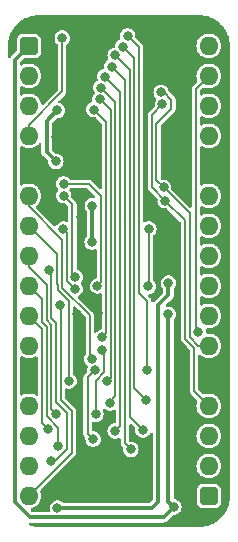
<source format=gbr>
%TF.GenerationSoftware,KiCad,Pcbnew,7.0.5*%
%TF.CreationDate,2024-01-24T18:24:40+02:00*%
%TF.ProjectId,Comparator 10bit,436f6d70-6172-4617-946f-722031306269,rev?*%
%TF.SameCoordinates,Original*%
%TF.FileFunction,Copper,L2,Bot*%
%TF.FilePolarity,Positive*%
%FSLAX46Y46*%
G04 Gerber Fmt 4.6, Leading zero omitted, Abs format (unit mm)*
G04 Created by KiCad (PCBNEW 7.0.5) date 2024-01-24 18:24:40*
%MOMM*%
%LPD*%
G01*
G04 APERTURE LIST*
G04 Aperture macros list*
%AMRoundRect*
0 Rectangle with rounded corners*
0 $1 Rounding radius*
0 $2 $3 $4 $5 $6 $7 $8 $9 X,Y pos of 4 corners*
0 Add a 4 corners polygon primitive as box body*
4,1,4,$2,$3,$4,$5,$6,$7,$8,$9,$2,$3,0*
0 Add four circle primitives for the rounded corners*
1,1,$1+$1,$2,$3*
1,1,$1+$1,$4,$5*
1,1,$1+$1,$6,$7*
1,1,$1+$1,$8,$9*
0 Add four rect primitives between the rounded corners*
20,1,$1+$1,$2,$3,$4,$5,0*
20,1,$1+$1,$4,$5,$6,$7,0*
20,1,$1+$1,$6,$7,$8,$9,0*
20,1,$1+$1,$8,$9,$2,$3,0*%
G04 Aperture macros list end*
%TA.AperFunction,ComponentPad*%
%ADD10O,1.600000X1.600000*%
%TD*%
%TA.AperFunction,ComponentPad*%
%ADD11R,1.600000X1.600000*%
%TD*%
%TA.AperFunction,ComponentPad*%
%ADD12RoundRect,0.400000X-0.400000X-0.400000X0.400000X-0.400000X0.400000X0.400000X-0.400000X0.400000X0*%
%TD*%
%TA.AperFunction,ViaPad*%
%ADD13C,0.800000*%
%TD*%
%TA.AperFunction,Conductor*%
%ADD14C,0.380000*%
%TD*%
%TA.AperFunction,Conductor*%
%ADD15C,0.200000*%
%TD*%
G04 APERTURE END LIST*
D10*
%TO.P,J1,32,Pin_32*%
%TO.N,unconnected-(J1-Pin_32-Pad32)*%
X129540000Y-53340000D03*
%TO.P,J1,31,Pin_31*%
%TO.N,/~{C=A}*%
X129540000Y-55880000D03*
%TO.P,J1,30,Pin_30*%
%TO.N,unconnected-(J1-Pin_30-Pad30)*%
X129540000Y-58420000D03*
%TO.P,J1,29,Pin_29*%
%TO.N,/D7*%
X129540000Y-60960000D03*
D11*
%TO.P,J1,28,Pin_28*%
%TO.N,/GND*%
X129540000Y-63500000D03*
D10*
%TO.P,J1,27,Pin_27*%
%TO.N,/D6*%
X129540000Y-66040000D03*
%TO.P,J1,26,Pin_26*%
%TO.N,/D5*%
X129540000Y-68580000D03*
%TO.P,J1,25,Pin_25*%
%TO.N,/D4*%
X129540000Y-71120000D03*
%TO.P,J1,24,Pin_24*%
%TO.N,/D3*%
X129540000Y-73660000D03*
%TO.P,J1,23,Pin_23*%
%TO.N,/D2*%
X129540000Y-76200000D03*
%TO.P,J1,22,Pin_22*%
%TO.N,/D1*%
X129540000Y-78740000D03*
D11*
%TO.P,J1,21,Pin_21*%
%TO.N,/GND*%
X129540000Y-81280000D03*
D10*
%TO.P,J1,20,Pin_20*%
%TO.N,/D0*%
X129540000Y-83820000D03*
%TO.P,J1,19,Pin_19*%
%TO.N,unconnected-(J1-Pin_19-Pad19)*%
X129540000Y-86360000D03*
%TO.P,J1,18,Pin_18*%
%TO.N,unconnected-(J1-Pin_18-Pad18)*%
X129540000Y-88900000D03*
D12*
%TO.P,J1,17,Pin_17*%
%TO.N,/5V*%
X129540000Y-91440000D03*
D10*
%TO.P,J1,16,Pin_16*%
%TO.N,/C9*%
X114300000Y-91440000D03*
%TO.P,J1,15,Pin_15*%
%TO.N,/C8*%
X114300000Y-88900000D03*
%TO.P,J1,14,Pin_14*%
%TO.N,/C7*%
X114300000Y-86360000D03*
%TO.P,J1,13,Pin_13*%
%TO.N,/C6*%
X114300000Y-83820000D03*
D11*
%TO.P,J1,12,Pin_12*%
%TO.N,/GND*%
X114300000Y-81280000D03*
D10*
%TO.P,J1,11,Pin_11*%
%TO.N,/C5*%
X114300000Y-78740000D03*
%TO.P,J1,10,Pin_10*%
%TO.N,/C4*%
X114300000Y-76200000D03*
%TO.P,J1,9,Pin_9*%
%TO.N,/C3*%
X114300000Y-73660000D03*
%TO.P,J1,8,Pin_8*%
%TO.N,/C2*%
X114300000Y-71120000D03*
%TO.P,J1,7,Pin_7*%
%TO.N,/C1*%
X114300000Y-68580000D03*
%TO.P,J1,6,Pin_6*%
%TO.N,/C0*%
X114300000Y-66040000D03*
D11*
%TO.P,J1,5,Pin_5*%
%TO.N,/GND*%
X114300000Y-63500000D03*
D10*
%TO.P,J1,4,Pin_4*%
%TO.N,/Write A Low*%
X114300000Y-60960000D03*
%TO.P,J1,3,Pin_3*%
%TO.N,/Write A High*%
X114300000Y-58420000D03*
%TO.P,J1,2,Pin_2*%
%TO.N,unconnected-(J1-Pin_2-Pad2)*%
X114300000Y-55880000D03*
D12*
%TO.P,J1,1,Pin_1*%
%TO.N,/5V*%
X114300000Y-53340000D03*
%TD*%
D13*
%TO.N,/GND*%
X120124695Y-75946000D03*
X119126000Y-72390000D03*
%TO.N,/A9\u2295C9*%
X117221000Y-68834000D03*
%TO.N,/GND*%
X116332000Y-56007000D03*
X118745483Y-67787300D03*
X125730000Y-67564002D03*
X127508000Y-79374998D03*
X118352802Y-76020698D03*
X116967000Y-90170000D03*
X127508000Y-85090000D03*
X125158500Y-52514500D03*
X125984000Y-62738000D03*
%TO.N,/C1*%
X117700002Y-81696502D03*
%TO.N,/3.3V*%
X126110998Y-73405998D03*
X116713000Y-92456000D03*
%TO.N,/5V*%
X126574008Y-92374000D03*
X126111000Y-76073001D03*
%TO.N,/D0*%
X125603000Y-58293000D03*
%TO.N,/D1*%
X125488896Y-57275000D03*
%TO.N,/GND*%
X117252774Y-59799561D03*
X116584877Y-61088761D03*
%TO.N,/D1*%
X125700731Y-65307269D03*
%TO.N,/3.3V*%
X116586026Y-63119000D03*
X116713000Y-58801000D03*
X119662565Y-66859384D03*
X119661188Y-69949800D03*
%TO.N,/Write A Low*%
X117122000Y-52675000D03*
%TO.N,/D0*%
X125840756Y-66437244D03*
%TO.N,/C8*%
X116205000Y-88519000D03*
X116008998Y-72339049D03*
%TO.N,/A8*%
X117249000Y-66012000D03*
X118237000Y-72898000D03*
%TO.N,/C9*%
X116948484Y-75289244D03*
%TO.N,/A9*%
X117249000Y-65012155D03*
X120106505Y-73672391D03*
%TO.N,/A0*%
X120523000Y-77978000D03*
X119811936Y-58726257D03*
%TO.N,/C0*%
X119622893Y-79837096D03*
%TO.N,/A1*%
X120315952Y-57862560D03*
X120924695Y-81722347D03*
%TO.N,/A2*%
X120395674Y-56865740D03*
X121158000Y-83566000D03*
%TO.N,/C2*%
X116636105Y-84511204D03*
%TO.N,/A3*%
X121601000Y-85927000D03*
X120739752Y-55926796D03*
%TO.N,/C3*%
X116804127Y-87232773D03*
%TO.N,/A4*%
X121295986Y-55095767D03*
X122936000Y-87503000D03*
%TO.N,/C4*%
X115951000Y-85806000D03*
%TO.N,/A5*%
X123952000Y-85852000D03*
X121592777Y-54140822D03*
%TO.N,/C5*%
X119976345Y-84527000D03*
X120461000Y-79042192D03*
%TO.N,/A6*%
X122254327Y-53390917D03*
X124205996Y-83312000D03*
%TO.N,/A7*%
X124318394Y-80757398D03*
X122664709Y-52479000D03*
%TO.N,/C7*%
X119858097Y-80809044D03*
X119735417Y-86627000D03*
%TO.N,/~{C=A}*%
X128651000Y-77575544D03*
%TO.N,/A9\u2295C9*%
X124413000Y-73698306D03*
X124460000Y-68833996D03*
X118209635Y-73897630D03*
%TD*%
D14*
%TO.N,/GND*%
X123190000Y-51689000D02*
X124015500Y-52514500D01*
X116990771Y-51689000D02*
X123190000Y-51689000D01*
X124015500Y-52514500D02*
X125158500Y-52514500D01*
X116332000Y-56007000D02*
X116332000Y-52347771D01*
X116332000Y-52347771D02*
X116990771Y-51689000D01*
X126649500Y-52514500D02*
X125158500Y-52514500D01*
X128825000Y-54690000D02*
X126649500Y-52514500D01*
D15*
%TO.N,/A3*%
X122024695Y-85503305D02*
X121601000Y-85927000D01*
X120739752Y-55926796D02*
X122024695Y-57211739D01*
X122024695Y-57211739D02*
X122024695Y-85503305D01*
%TO.N,/A4*%
X122424693Y-86991693D02*
X122936000Y-87503000D01*
X122424693Y-56224474D02*
X122424693Y-86991693D01*
X121295986Y-55095767D02*
X122424693Y-56224474D01*
%TO.N,/A5*%
X122824693Y-55372738D02*
X121592777Y-54140822D01*
X122824693Y-74556304D02*
X122824693Y-55372738D01*
X122824695Y-74556306D02*
X122824693Y-74556304D01*
X122824695Y-84724695D02*
X122824695Y-74556306D01*
X123952000Y-85852000D02*
X122824695Y-84724695D01*
%TO.N,/C7*%
X119261000Y-81406141D02*
X119858097Y-80809044D01*
X119261000Y-86152583D02*
X119261000Y-81406141D01*
X119735417Y-86627000D02*
X119261000Y-86152583D01*
%TO.N,/C5*%
X120673962Y-80983130D02*
X120673962Y-79255154D01*
X119976345Y-81680747D02*
X120673962Y-80983130D01*
X119976345Y-84527000D02*
X119976345Y-81680747D01*
X120673962Y-79255154D02*
X120461000Y-79042192D01*
%TO.N,/A6*%
X123224695Y-54361285D02*
X122254327Y-53390917D01*
X123224695Y-82330699D02*
X123224695Y-54361285D01*
X124205996Y-83312000D02*
X123224695Y-82330699D01*
%TO.N,/C0*%
X119442000Y-79656203D02*
X119622893Y-79837096D01*
X119442000Y-76119945D02*
X119442000Y-79656203D01*
X117137000Y-73814945D02*
X119442000Y-76119945D01*
X117137000Y-69766000D02*
X117137000Y-73814945D01*
X114300000Y-66929000D02*
X117137000Y-69766000D01*
X114300000Y-66040000D02*
X114300000Y-66929000D01*
%TO.N,/A0*%
X120824694Y-59739015D02*
X119811936Y-58726257D01*
D14*
%TO.N,/GND*%
X119126000Y-74947305D02*
X120124695Y-75946000D01*
D15*
%TO.N,/A0*%
X120824692Y-75384744D02*
X120824694Y-59739015D01*
X120523000Y-77978000D02*
X120824695Y-77676305D01*
%TO.N,/A1*%
X121224694Y-58771302D02*
X121224692Y-75219059D01*
%TO.N,/A2*%
X121624693Y-58094759D02*
X120395674Y-56865740D01*
X121624695Y-75053376D02*
X121624693Y-75053373D01*
X121624695Y-82993439D02*
X121624695Y-75053376D01*
X121158000Y-83566000D02*
X121158000Y-83460134D01*
%TO.N,/A0*%
X120824695Y-75384747D02*
X120824692Y-75384744D01*
%TO.N,/A1*%
X121224692Y-75219059D02*
X121224695Y-75219062D01*
%TO.N,/A2*%
X121158000Y-83460134D02*
X121624695Y-82993439D01*
D14*
%TO.N,/GND*%
X119126000Y-72390000D02*
X119126000Y-74947305D01*
D15*
%TO.N,/A1*%
X121224695Y-75219062D02*
X121224695Y-81422347D01*
%TO.N,/A0*%
X120824695Y-77676305D02*
X120824695Y-75384747D01*
%TO.N,/A1*%
X121224695Y-81422347D02*
X120924695Y-81722347D01*
X120315952Y-57862560D02*
X121224694Y-58771302D01*
%TO.N,/A2*%
X121624693Y-75053373D02*
X121624693Y-58094759D01*
%TO.N,/A7*%
X123624694Y-53438985D02*
X122664709Y-52479000D01*
X123624694Y-74224921D02*
X123624694Y-53438985D01*
X124318394Y-74918621D02*
X123624694Y-74224921D01*
X124318394Y-80757398D02*
X124318394Y-74918621D01*
%TO.N,/C1*%
X117652802Y-81649302D02*
X117700002Y-81696502D01*
X117652802Y-74931648D02*
X117652802Y-81649302D01*
X116737000Y-74015846D02*
X117652802Y-74931648D01*
X116737000Y-73547325D02*
X116737000Y-74015846D01*
X116709003Y-73519329D02*
X116737000Y-73547325D01*
X116709003Y-70989003D02*
X116709003Y-73519329D01*
D14*
%TO.N,/GND*%
X118618000Y-88519000D02*
X118618000Y-76285896D01*
X118618000Y-76285896D02*
X118352802Y-76020698D01*
X116967000Y-90170000D02*
X118618000Y-88519000D01*
D15*
%TO.N,/C1*%
X114300000Y-68580000D02*
X116709003Y-70989003D01*
D14*
%TO.N,/GND*%
X118745483Y-72009483D02*
X119126000Y-72390000D01*
X118745483Y-67787300D02*
X118745483Y-72009483D01*
D15*
%TO.N,/A9\u2295C9*%
X117537000Y-69150000D02*
X117537000Y-73224995D01*
%TO.N,/A8*%
X117983000Y-66746000D02*
X117983000Y-72644000D01*
%TO.N,/A9\u2295C9*%
X117537000Y-73224995D02*
X118209635Y-73897630D01*
%TO.N,/A8*%
X117249000Y-66012000D02*
X117983000Y-66746000D01*
%TO.N,/A9\u2295C9*%
X117221000Y-68834000D02*
X117537000Y-69150000D01*
%TO.N,/A8*%
X117983000Y-72644000D02*
X118237000Y-72898000D01*
%TO.N,/A9*%
X119368155Y-65012155D02*
X120424694Y-66068694D01*
X117249000Y-65012155D02*
X119368155Y-65012155D01*
X120424694Y-66068694D02*
X120424694Y-73354202D01*
X120424694Y-73354202D02*
X120106505Y-73672391D01*
%TO.N,/C8*%
X116200000Y-72530051D02*
X116008998Y-72339049D01*
X116200000Y-76402943D02*
X116200000Y-72530051D01*
X116600000Y-76802943D02*
X116200000Y-76402943D01*
X116600000Y-83479048D02*
X116600000Y-76802943D01*
X117545000Y-84424048D02*
X116600000Y-83479048D01*
X116205000Y-88519000D02*
X116507850Y-88519000D01*
X117545000Y-87481850D02*
X117545000Y-84424048D01*
X116507850Y-88519000D02*
X117545000Y-87481850D01*
%TO.N,/C2*%
X116200000Y-84075099D02*
X116636105Y-84511204D01*
X114300000Y-71120000D02*
X114300000Y-72055058D01*
X114300000Y-72055058D02*
X115800000Y-73555058D01*
X115800000Y-73555058D02*
X115800000Y-76568629D01*
X115800000Y-76568629D02*
X116200000Y-76968629D01*
X116200000Y-76968629D02*
X116200000Y-84075099D01*
D14*
%TO.N,/3.3V*%
X125222000Y-75311000D02*
X126110998Y-74422002D01*
X125222000Y-91948000D02*
X125222000Y-75311000D01*
X124714000Y-92456000D02*
X125222000Y-91948000D01*
X126110998Y-74422002D02*
X126110998Y-73405998D01*
X116713000Y-92456000D02*
X124714000Y-92456000D01*
%TO.N,/GND*%
X127508000Y-78867000D02*
X127508000Y-79374998D01*
X125730000Y-67564002D02*
X127000000Y-68834002D01*
D15*
%TO.N,/D0*%
X128270000Y-82550000D02*
X129540000Y-83820000D01*
X127508000Y-68104488D02*
X127508000Y-78174036D01*
D14*
%TO.N,/GND*%
X127000000Y-78359000D02*
X127508000Y-78867000D01*
D15*
%TO.N,/D0*%
X125840756Y-66437244D02*
X127508000Y-68104488D01*
X128270000Y-78936036D02*
X128270000Y-82550000D01*
X127508000Y-78174036D02*
X128270000Y-78936036D01*
D14*
%TO.N,/GND*%
X127000000Y-68834002D02*
X127000000Y-78359000D01*
X127508000Y-85090000D02*
X127508000Y-79374998D01*
D15*
%TO.N,/D1*%
X125095000Y-64701538D02*
X125700731Y-65307269D01*
X125095000Y-59944000D02*
X125095000Y-64701538D01*
X126365000Y-58674000D02*
X125095000Y-59944000D01*
X126365000Y-57892234D02*
X126365000Y-58674000D01*
X125747766Y-57275000D02*
X126365000Y-57892234D01*
X127908000Y-67514537D02*
X125700731Y-65307269D01*
X128651000Y-78740000D02*
X127908000Y-77997000D01*
X125488896Y-57275000D02*
X125747766Y-57275000D01*
X129540000Y-78740000D02*
X128651000Y-78740000D01*
X127908000Y-77997000D02*
X127908000Y-67514537D01*
D14*
%TO.N,/5V*%
X126111000Y-91910992D02*
X126111000Y-76073001D01*
X126574008Y-92374000D02*
X126111000Y-91910992D01*
D15*
%TO.N,/~{C=A}*%
X129540000Y-55880000D02*
X128440000Y-56980000D01*
X128440000Y-56980000D02*
X128440000Y-77364544D01*
X128440000Y-77364544D02*
X128651000Y-77575544D01*
%TO.N,/C9*%
X117000001Y-75340761D02*
X116948484Y-75289244D01*
X117000001Y-83313364D02*
X117000001Y-75340761D01*
X114300000Y-91440000D02*
X117945000Y-87795000D01*
X117945000Y-87795000D02*
X117945000Y-84258363D01*
X117945000Y-84258363D02*
X117000001Y-83313364D01*
D14*
%TO.N,/GND*%
X130730000Y-82470000D02*
X130730000Y-84312915D01*
X129540000Y-81280000D02*
X130730000Y-82470000D01*
X130730000Y-84312915D02*
X129952915Y-85090000D01*
X129952915Y-85090000D02*
X127508000Y-85090000D01*
X117983000Y-62486884D02*
X116584877Y-61088761D01*
X117983000Y-63627000D02*
X117983000Y-62486884D01*
X114300000Y-63500000D02*
X114935000Y-64135000D01*
X114935000Y-64135000D02*
X117475000Y-64135000D01*
X117475000Y-64135000D02*
X117983000Y-63627000D01*
X127508000Y-61214000D02*
X125984000Y-62738000D01*
X128825000Y-54690000D02*
X127508000Y-56007000D01*
X130032915Y-54690000D02*
X128825000Y-54690000D01*
X130730000Y-55387085D02*
X130032915Y-54690000D01*
X130730000Y-62310000D02*
X130730000Y-55387085D01*
X127508000Y-56007000D02*
X127508000Y-61214000D01*
X129540000Y-63500000D02*
X130730000Y-62310000D01*
D15*
%TO.N,/D0*%
X124695000Y-59201000D02*
X125603000Y-58293000D01*
X124695000Y-65291488D02*
X124695000Y-59201000D01*
X125840756Y-66437244D02*
X124695000Y-65291488D01*
%TO.N,/C3*%
X116804127Y-85669177D02*
X116804127Y-87232773D01*
X115800000Y-84665050D02*
X116804127Y-85669177D01*
X115800000Y-77134315D02*
X115800000Y-84665050D01*
X115400001Y-76734315D02*
X115800000Y-77134315D01*
X114300000Y-73660000D02*
X115400000Y-74760000D01*
X115400000Y-74760000D02*
X115400001Y-76734315D01*
%TO.N,/C4*%
X115400000Y-85255000D02*
X115951000Y-85806000D01*
X115400000Y-77300000D02*
X115400000Y-85255000D01*
X114300000Y-76200000D02*
X115400000Y-77300000D01*
%TO.N,/Write A Low*%
X114300000Y-59998872D02*
X117122000Y-57176872D01*
X114300000Y-60960000D02*
X114300000Y-59998872D01*
X117122000Y-57176872D02*
X117122000Y-52675000D01*
D14*
%TO.N,/5V*%
X113110000Y-54530000D02*
X114300000Y-53340000D01*
X114423085Y-93246000D02*
X113110000Y-91932915D01*
X125702008Y-93246000D02*
X114423085Y-93246000D01*
X113110000Y-91932915D02*
X113110000Y-54530000D01*
X126574008Y-92374000D02*
X125702008Y-93246000D01*
D15*
%TO.N,/A9\u2295C9*%
X124460000Y-73651306D02*
X124413000Y-73698306D01*
X124460000Y-68833996D02*
X124460000Y-73651306D01*
D14*
%TO.N,/3.3V*%
X119661188Y-66860761D02*
X119662565Y-66859384D01*
X119661188Y-69949800D02*
X119661188Y-66860761D01*
X115794877Y-59719123D02*
X116713000Y-58801000D01*
X115794877Y-62327851D02*
X115794877Y-59719123D01*
X116586026Y-63119000D02*
X115794877Y-62327851D01*
%TO.N,/GND*%
X116584877Y-60467458D02*
X116584877Y-61088761D01*
X117252774Y-59799561D02*
X116584877Y-60467458D01*
%TD*%
%TA.AperFunction,Conductor*%
%TO.N,/GND*%
G36*
X128705985Y-50726863D02*
G01*
X128820023Y-50733266D01*
X129000518Y-50744181D01*
X129007132Y-50744940D01*
X129146039Y-50768540D01*
X129300565Y-50796858D01*
X129306523Y-50798258D01*
X129445855Y-50838397D01*
X129447073Y-50838762D01*
X129592429Y-50884057D01*
X129597683Y-50885959D01*
X129733306Y-50942134D01*
X129734937Y-50942839D01*
X129787083Y-50966308D01*
X129872147Y-51004593D01*
X129876679Y-51006859D01*
X130005881Y-51078265D01*
X130007948Y-51079461D01*
X130008562Y-51079832D01*
X130135978Y-51156857D01*
X130139742Y-51159326D01*
X130260482Y-51244994D01*
X130262820Y-51246738D01*
X130380300Y-51338777D01*
X130383356Y-51341336D01*
X130493817Y-51440048D01*
X130496346Y-51442438D01*
X130601855Y-51547949D01*
X130604232Y-51550462D01*
X130702866Y-51660832D01*
X130705442Y-51663910D01*
X130797631Y-51781581D01*
X130799391Y-51783940D01*
X130884846Y-51904377D01*
X130887341Y-51908182D01*
X130964987Y-52036623D01*
X130966192Y-52038708D01*
X131037313Y-52167390D01*
X131039588Y-52171937D01*
X131101688Y-52309917D01*
X131102415Y-52311600D01*
X131137181Y-52395531D01*
X131158216Y-52446314D01*
X131160130Y-52451599D01*
X131205866Y-52598375D01*
X131206249Y-52599655D01*
X131245942Y-52737425D01*
X131247350Y-52743417D01*
X131276184Y-52900757D01*
X131299297Y-53036793D01*
X131300061Y-53043441D01*
X131311483Y-53232292D01*
X131317401Y-53337657D01*
X131317499Y-53341134D01*
X131317499Y-91438256D01*
X131317401Y-91441734D01*
X131311001Y-91555695D01*
X131300083Y-91736229D01*
X131299319Y-91742877D01*
X131275700Y-91881889D01*
X131247414Y-92036239D01*
X131246006Y-92042231D01*
X131205778Y-92181865D01*
X131205393Y-92183146D01*
X131160242Y-92328039D01*
X131158329Y-92333323D01*
X131101995Y-92469326D01*
X131101252Y-92471045D01*
X131039739Y-92607720D01*
X131037464Y-92612267D01*
X130965787Y-92741957D01*
X130964582Y-92744041D01*
X130887559Y-92871453D01*
X130885064Y-92875258D01*
X130798988Y-92996567D01*
X130797229Y-92998926D01*
X130705740Y-93115703D01*
X130703164Y-93118781D01*
X130603862Y-93229900D01*
X130601472Y-93232428D01*
X130496712Y-93337186D01*
X130494184Y-93339576D01*
X130383015Y-93438922D01*
X130379938Y-93441498D01*
X130263298Y-93532879D01*
X130260939Y-93534638D01*
X130139436Y-93620849D01*
X130135632Y-93623343D01*
X130008539Y-93700173D01*
X130006454Y-93701379D01*
X129876395Y-93773259D01*
X129871848Y-93775533D01*
X129735764Y-93836780D01*
X129734044Y-93837523D01*
X129597417Y-93894115D01*
X129592133Y-93896028D01*
X129448276Y-93940855D01*
X129446994Y-93941239D01*
X129306290Y-93981774D01*
X129300299Y-93983182D01*
X129147954Y-94011101D01*
X129006909Y-94035063D01*
X129000264Y-94035826D01*
X128826762Y-94046321D01*
X128705434Y-94053134D01*
X128701957Y-94053232D01*
X115137472Y-94053232D01*
X115133995Y-94053134D01*
X115020496Y-94046761D01*
X114839436Y-94035809D01*
X114832791Y-94035046D01*
X114740919Y-94019437D01*
X114694444Y-94011542D01*
X114539387Y-93983126D01*
X114533396Y-93981718D01*
X114440667Y-93955005D01*
X114394436Y-93941686D01*
X114393172Y-93941308D01*
X114353308Y-93928885D01*
X114295160Y-93890148D01*
X114267186Y-93826122D01*
X114278268Y-93757137D01*
X114324886Y-93705094D01*
X114390198Y-93686500D01*
X114413670Y-93686500D01*
X114415952Y-93686542D01*
X114472962Y-93688675D01*
X114472962Y-93688674D01*
X114472963Y-93688675D01*
X114482197Y-93687635D01*
X114482293Y-93688489D01*
X114497406Y-93686500D01*
X125673780Y-93686500D01*
X125680720Y-93686889D01*
X125710659Y-93690263D01*
X125718664Y-93691165D01*
X125718664Y-93691164D01*
X125718665Y-93691165D01*
X125774712Y-93680559D01*
X125776979Y-93680175D01*
X125833314Y-93671685D01*
X125841285Y-93669226D01*
X125849135Y-93666479D01*
X125849135Y-93666478D01*
X125849139Y-93666478D01*
X125899537Y-93639840D01*
X125901583Y-93638808D01*
X125952954Y-93614070D01*
X125952956Y-93614067D01*
X125959812Y-93609393D01*
X125966540Y-93604429D01*
X125995558Y-93575410D01*
X126006845Y-93564122D01*
X126008468Y-93562558D01*
X126050295Y-93523750D01*
X126050297Y-93523746D01*
X126056090Y-93516482D01*
X126056766Y-93517021D01*
X126066039Y-93504928D01*
X126510149Y-93060819D01*
X126571473Y-93027334D01*
X126597831Y-93024500D01*
X126652993Y-93024500D01*
X126806373Y-92986696D01*
X126806372Y-92986695D01*
X126946248Y-92913283D01*
X127064491Y-92808530D01*
X127154228Y-92678523D01*
X127210245Y-92530818D01*
X127229286Y-92374000D01*
X127227353Y-92358076D01*
X127210245Y-92217181D01*
X127169419Y-92109533D01*
X127154228Y-92069477D01*
X127064491Y-91939470D01*
X127026373Y-91905701D01*
X128489500Y-91905701D01*
X128492401Y-91942567D01*
X128492402Y-91942573D01*
X128538254Y-92100393D01*
X128538255Y-92100396D01*
X128538256Y-92100398D01*
X128556624Y-92131456D01*
X128621917Y-92241862D01*
X128621923Y-92241870D01*
X128738129Y-92358076D01*
X128738133Y-92358079D01*
X128738135Y-92358081D01*
X128879602Y-92441744D01*
X128880466Y-92441995D01*
X129037426Y-92487597D01*
X129037429Y-92487597D01*
X129037431Y-92487598D01*
X129074306Y-92490500D01*
X129074314Y-92490500D01*
X130005686Y-92490500D01*
X130005694Y-92490500D01*
X130042569Y-92487598D01*
X130042571Y-92487597D01*
X130042573Y-92487597D01*
X130105461Y-92469326D01*
X130200398Y-92441744D01*
X130341865Y-92358081D01*
X130458081Y-92241865D01*
X130541744Y-92100398D01*
X130576961Y-91979181D01*
X130587597Y-91942573D01*
X130587598Y-91942567D01*
X130588772Y-91927649D01*
X130590500Y-91905694D01*
X130590500Y-90974306D01*
X130587598Y-90937431D01*
X130584128Y-90925489D01*
X130541745Y-90779606D01*
X130541744Y-90779603D01*
X130541744Y-90779602D01*
X130458081Y-90638135D01*
X130458079Y-90638133D01*
X130458076Y-90638129D01*
X130341870Y-90521923D01*
X130341862Y-90521917D01*
X130245229Y-90464769D01*
X130200398Y-90438256D01*
X130200397Y-90438255D01*
X130200396Y-90438255D01*
X130200393Y-90438254D01*
X130042573Y-90392402D01*
X130042567Y-90392401D01*
X130005701Y-90389500D01*
X130005694Y-90389500D01*
X129074306Y-90389500D01*
X129074298Y-90389500D01*
X129037432Y-90392401D01*
X129037426Y-90392402D01*
X128879606Y-90438254D01*
X128879603Y-90438255D01*
X128738137Y-90521917D01*
X128738129Y-90521923D01*
X128621923Y-90638129D01*
X128621917Y-90638137D01*
X128538255Y-90779603D01*
X128538254Y-90779606D01*
X128492402Y-90937426D01*
X128492401Y-90937432D01*
X128489500Y-90974298D01*
X128489500Y-91905701D01*
X127026373Y-91905701D01*
X126946248Y-91834717D01*
X126946246Y-91834716D01*
X126946245Y-91834715D01*
X126806374Y-91761304D01*
X126645825Y-91721733D01*
X126585445Y-91686577D01*
X126553656Y-91624358D01*
X126551500Y-91601336D01*
X126551500Y-88899999D01*
X128484417Y-88899999D01*
X128504699Y-89105932D01*
X128518112Y-89150148D01*
X128564768Y-89303954D01*
X128662315Y-89486450D01*
X128662317Y-89486452D01*
X128793589Y-89646410D01*
X128890209Y-89725702D01*
X128953550Y-89777685D01*
X129136046Y-89875232D01*
X129334066Y-89935300D01*
X129334065Y-89935300D01*
X129352529Y-89937118D01*
X129540000Y-89955583D01*
X129745934Y-89935300D01*
X129943954Y-89875232D01*
X130126450Y-89777685D01*
X130286410Y-89646410D01*
X130417685Y-89486450D01*
X130515232Y-89303954D01*
X130575300Y-89105934D01*
X130595583Y-88900000D01*
X130575300Y-88694066D01*
X130515232Y-88496046D01*
X130417685Y-88313550D01*
X130365702Y-88250209D01*
X130286410Y-88153589D01*
X130136421Y-88030498D01*
X130126450Y-88022315D01*
X129943954Y-87924768D01*
X129745934Y-87864700D01*
X129745932Y-87864699D01*
X129745934Y-87864699D01*
X129550681Y-87845469D01*
X129540000Y-87844417D01*
X129539999Y-87844417D01*
X129334067Y-87864699D01*
X129136043Y-87924769D01*
X129025897Y-87983643D01*
X128953550Y-88022315D01*
X128953548Y-88022316D01*
X128953547Y-88022317D01*
X128793589Y-88153589D01*
X128662317Y-88313547D01*
X128662315Y-88313550D01*
X128623643Y-88385897D01*
X128564769Y-88496043D01*
X128504699Y-88694067D01*
X128484417Y-88899999D01*
X126551500Y-88899999D01*
X126551500Y-86360000D01*
X128484417Y-86360000D01*
X128504699Y-86565932D01*
X128523224Y-86627000D01*
X128564768Y-86763954D01*
X128662315Y-86946450D01*
X128676484Y-86963715D01*
X128793589Y-87106410D01*
X128850727Y-87153301D01*
X128953550Y-87237685D01*
X129136046Y-87335232D01*
X129334066Y-87395300D01*
X129334065Y-87395300D01*
X129352529Y-87397118D01*
X129540000Y-87415583D01*
X129745934Y-87395300D01*
X129943954Y-87335232D01*
X130126450Y-87237685D01*
X130286410Y-87106410D01*
X130417685Y-86946450D01*
X130515232Y-86763954D01*
X130575300Y-86565934D01*
X130595583Y-86360000D01*
X130575300Y-86154066D01*
X130515232Y-85956046D01*
X130417685Y-85773550D01*
X130361860Y-85705527D01*
X130286410Y-85613589D01*
X130138423Y-85492141D01*
X130126450Y-85482315D01*
X129943954Y-85384768D01*
X129745934Y-85324700D01*
X129745932Y-85324699D01*
X129745934Y-85324699D01*
X129540000Y-85304417D01*
X129334067Y-85324699D01*
X129136043Y-85384769D01*
X129066796Y-85421783D01*
X128953550Y-85482315D01*
X128953548Y-85482316D01*
X128953547Y-85482317D01*
X128793589Y-85613589D01*
X128662317Y-85773547D01*
X128564769Y-85956043D01*
X128504699Y-86154067D01*
X128484417Y-86360000D01*
X126551500Y-86360000D01*
X126551500Y-76607619D01*
X126571185Y-76540580D01*
X126593274Y-76514802D01*
X126601483Y-76507531D01*
X126691220Y-76377524D01*
X126747237Y-76229819D01*
X126766278Y-76073001D01*
X126759667Y-76018549D01*
X126747237Y-75916182D01*
X126725992Y-75860164D01*
X126691220Y-75768478D01*
X126601483Y-75638471D01*
X126483240Y-75533718D01*
X126483238Y-75533717D01*
X126483237Y-75533716D01*
X126343365Y-75460304D01*
X126189986Y-75422501D01*
X126189985Y-75422501D01*
X126032821Y-75422501D01*
X125965782Y-75402816D01*
X125920027Y-75350012D01*
X125910083Y-75280854D01*
X125939108Y-75217298D01*
X125945140Y-75210820D01*
X126171768Y-74984192D01*
X126402526Y-74753433D01*
X126407694Y-74748814D01*
X126437555Y-74725003D01*
X126469692Y-74677864D01*
X126470980Y-74676048D01*
X126504850Y-74630159D01*
X126504851Y-74630157D01*
X126508741Y-74622796D01*
X126512354Y-74615291D01*
X126512358Y-74615287D01*
X126529159Y-74560813D01*
X126529883Y-74558616D01*
X126531760Y-74553253D01*
X126548708Y-74504821D01*
X126548708Y-74504814D01*
X126550253Y-74496652D01*
X126551498Y-74488396D01*
X126551498Y-74431405D01*
X126551540Y-74429123D01*
X126553673Y-74372125D01*
X126553672Y-74372124D01*
X126552633Y-74362896D01*
X126553486Y-74362799D01*
X126551498Y-74347684D01*
X126551498Y-74188178D01*
X126551498Y-73940612D01*
X126571181Y-73873577D01*
X126593270Y-73847802D01*
X126601481Y-73840528D01*
X126691218Y-73710521D01*
X126747235Y-73562816D01*
X126766276Y-73405998D01*
X126757356Y-73332530D01*
X126747235Y-73249179D01*
X126721530Y-73181401D01*
X126691218Y-73101475D01*
X126601481Y-72971468D01*
X126483238Y-72866715D01*
X126483236Y-72866714D01*
X126483235Y-72866713D01*
X126343363Y-72793301D01*
X126189984Y-72755498D01*
X126189983Y-72755498D01*
X126032013Y-72755498D01*
X126032012Y-72755498D01*
X125878632Y-72793301D01*
X125738760Y-72866713D01*
X125620514Y-72971469D01*
X125530779Y-73101473D01*
X125530778Y-73101474D01*
X125474760Y-73249179D01*
X125455720Y-73405997D01*
X125455720Y-73405998D01*
X125474760Y-73562816D01*
X125511618Y-73660000D01*
X125530778Y-73710521D01*
X125620515Y-73840528D01*
X125628721Y-73847798D01*
X125665850Y-73906985D01*
X125670498Y-73940616D01*
X125670498Y-74188178D01*
X125650813Y-74255217D01*
X125634179Y-74275859D01*
X124930481Y-74979557D01*
X124925294Y-74984192D01*
X124895443Y-75007998D01*
X124889120Y-75014813D01*
X124886478Y-75012362D01*
X124845986Y-75045528D01*
X124776578Y-75053549D01*
X124713852Y-75022772D01*
X124677723Y-74962968D01*
X124675596Y-74943394D01*
X124674709Y-74943505D01*
X124669711Y-74903426D01*
X124669369Y-74900683D01*
X124668893Y-74893007D01*
X124668894Y-74889581D01*
X124665518Y-74869349D01*
X124665148Y-74866811D01*
X124658967Y-74817228D01*
X124656871Y-74810189D01*
X124654485Y-74803237D01*
X124630711Y-74759309D01*
X124629551Y-74757058D01*
X124616343Y-74730039D01*
X124607594Y-74712140D01*
X124603313Y-74706145D01*
X124598814Y-74700365D01*
X124593312Y-74695300D01*
X124562036Y-74666508D01*
X124560214Y-74664759D01*
X124448708Y-74553253D01*
X124415223Y-74491930D01*
X124420207Y-74422238D01*
X124462079Y-74366305D01*
X124506712Y-74345175D01*
X124645365Y-74311002D01*
X124785240Y-74237589D01*
X124903483Y-74132836D01*
X124993220Y-74002829D01*
X125049237Y-73855124D01*
X125068278Y-73698306D01*
X125055505Y-73593105D01*
X125049237Y-73541487D01*
X125019508Y-73463100D01*
X124993220Y-73393783D01*
X124903483Y-73263776D01*
X124894754Y-73256043D01*
X124852272Y-73218407D01*
X124815146Y-73159217D01*
X124810500Y-73125592D01*
X124810500Y-69448346D01*
X124830185Y-69381307D01*
X124852271Y-69355532D01*
X124950483Y-69268526D01*
X125040220Y-69138519D01*
X125096237Y-68990814D01*
X125115278Y-68833996D01*
X125096238Y-68677182D01*
X125096237Y-68677177D01*
X125069725Y-68607272D01*
X125040220Y-68529473D01*
X124950483Y-68399466D01*
X124832240Y-68294713D01*
X124832238Y-68294712D01*
X124832237Y-68294711D01*
X124692365Y-68221299D01*
X124538986Y-68183496D01*
X124538985Y-68183496D01*
X124381015Y-68183496D01*
X124381014Y-68183496D01*
X124227637Y-68221299D01*
X124156820Y-68258467D01*
X124088311Y-68272192D01*
X124023258Y-68246699D01*
X123982314Y-68190083D01*
X123975194Y-68148670D01*
X123975194Y-65276805D01*
X124339957Y-65276805D01*
X124344023Y-65309425D01*
X124344500Y-65317102D01*
X124344500Y-65320528D01*
X124347232Y-65336908D01*
X124347876Y-65340764D01*
X124348245Y-65343296D01*
X124354427Y-65392881D01*
X124356520Y-65399914D01*
X124358907Y-65406867D01*
X124358908Y-65406869D01*
X124361052Y-65410830D01*
X124382691Y-65450818D01*
X124383864Y-65453096D01*
X124384086Y-65453550D01*
X124405802Y-65497972D01*
X124405804Y-65497974D01*
X124410071Y-65503952D01*
X124414582Y-65509747D01*
X124451341Y-65543586D01*
X124453190Y-65545360D01*
X125160065Y-66252235D01*
X125193550Y-66313558D01*
X125195480Y-66354861D01*
X125185478Y-66437243D01*
X125185478Y-66437244D01*
X125204518Y-66594062D01*
X125245669Y-66702566D01*
X125260536Y-66741767D01*
X125350273Y-66871774D01*
X125468516Y-66976527D01*
X125468518Y-66976528D01*
X125608390Y-67049940D01*
X125761770Y-67087744D01*
X125761771Y-67087744D01*
X125919742Y-67087744D01*
X125927187Y-67086840D01*
X125927593Y-67090185D01*
X125982215Y-67092465D01*
X126030031Y-67122201D01*
X127121181Y-68213351D01*
X127154666Y-68274674D01*
X127157500Y-68301032D01*
X127157500Y-78124824D01*
X127154861Y-78150268D01*
X127152957Y-78159347D01*
X127152957Y-78159353D01*
X127157023Y-78191973D01*
X127157500Y-78199650D01*
X127157500Y-78203076D01*
X127160232Y-78219456D01*
X127160876Y-78223312D01*
X127161245Y-78225844D01*
X127167427Y-78275429D01*
X127169520Y-78282462D01*
X127171907Y-78289415D01*
X127171908Y-78289417D01*
X127179608Y-78303645D01*
X127195691Y-78333366D01*
X127196864Y-78335644D01*
X127218802Y-78380520D01*
X127218804Y-78380522D01*
X127223071Y-78386500D01*
X127227582Y-78392295D01*
X127264341Y-78426134D01*
X127266190Y-78427908D01*
X127578282Y-78740000D01*
X127883181Y-79044898D01*
X127916666Y-79106221D01*
X127919500Y-79132579D01*
X127919500Y-82500788D01*
X127916861Y-82526232D01*
X127914957Y-82535311D01*
X127914957Y-82535317D01*
X127919023Y-82567937D01*
X127919500Y-82575614D01*
X127919500Y-82579040D01*
X127922232Y-82595420D01*
X127922876Y-82599276D01*
X127923245Y-82601808D01*
X127929427Y-82651393D01*
X127931520Y-82658426D01*
X127933907Y-82665379D01*
X127933908Y-82665381D01*
X127939922Y-82676494D01*
X127957691Y-82709330D01*
X127958864Y-82711608D01*
X127980802Y-82756484D01*
X127980804Y-82756486D01*
X127985071Y-82762464D01*
X127989582Y-82768259D01*
X128026341Y-82802098D01*
X128028190Y-82803872D01*
X128529808Y-83305490D01*
X128563293Y-83366813D01*
X128560788Y-83429166D01*
X128504699Y-83614067D01*
X128484417Y-83820000D01*
X128504699Y-84025932D01*
X128528770Y-84105283D01*
X128564768Y-84223954D01*
X128662315Y-84406450D01*
X128662317Y-84406452D01*
X128793589Y-84566410D01*
X128853810Y-84615831D01*
X128953550Y-84697685D01*
X129136046Y-84795232D01*
X129334066Y-84855300D01*
X129334065Y-84855300D01*
X129354347Y-84857297D01*
X129540000Y-84875583D01*
X129745934Y-84855300D01*
X129943954Y-84795232D01*
X130126450Y-84697685D01*
X130286410Y-84566410D01*
X130417685Y-84406450D01*
X130515232Y-84223954D01*
X130575300Y-84025934D01*
X130595583Y-83820000D01*
X130575300Y-83614066D01*
X130515232Y-83416046D01*
X130417685Y-83233550D01*
X130343519Y-83143178D01*
X130286410Y-83073589D01*
X130139839Y-82953303D01*
X130126450Y-82942315D01*
X129943954Y-82844768D01*
X129745934Y-82784700D01*
X129745932Y-82784699D01*
X129745934Y-82784699D01*
X129558463Y-82766235D01*
X129540000Y-82764417D01*
X129539999Y-82764417D01*
X129334067Y-82784699D01*
X129149166Y-82840788D01*
X129079299Y-82841411D01*
X129025490Y-82809808D01*
X128656819Y-82441137D01*
X128623334Y-82379814D01*
X128620500Y-82353456D01*
X128620500Y-79606534D01*
X128640185Y-79539495D01*
X128692989Y-79493740D01*
X128762147Y-79483796D01*
X128823163Y-79510680D01*
X128849840Y-79532573D01*
X128949883Y-79614676D01*
X128953550Y-79617685D01*
X129136046Y-79715232D01*
X129334066Y-79775300D01*
X129334065Y-79775300D01*
X129354347Y-79777297D01*
X129540000Y-79795583D01*
X129745934Y-79775300D01*
X129943954Y-79715232D01*
X130126450Y-79617685D01*
X130286410Y-79486410D01*
X130417685Y-79326450D01*
X130515232Y-79143954D01*
X130575300Y-78945934D01*
X130595583Y-78740000D01*
X130575300Y-78534066D01*
X130515232Y-78336046D01*
X130417685Y-78153550D01*
X130365702Y-78090209D01*
X130286410Y-77993589D01*
X130168677Y-77896969D01*
X130126450Y-77862315D01*
X129943954Y-77764768D01*
X129745934Y-77704700D01*
X129745932Y-77704699D01*
X129745934Y-77704699D01*
X129558463Y-77686235D01*
X129540000Y-77684417D01*
X129539999Y-77684417D01*
X129442430Y-77694026D01*
X129373784Y-77681007D01*
X129323074Y-77632941D01*
X129309543Y-77582703D01*
X129307182Y-77582990D01*
X129302383Y-77543470D01*
X129287237Y-77418726D01*
X129284067Y-77410369D01*
X129278698Y-77340708D01*
X129311843Y-77279201D01*
X129372979Y-77245377D01*
X129412162Y-77242992D01*
X129426340Y-77244388D01*
X129540000Y-77255583D01*
X129745934Y-77235300D01*
X129943954Y-77175232D01*
X130126450Y-77077685D01*
X130286410Y-76946410D01*
X130417685Y-76786450D01*
X130515232Y-76603954D01*
X130575300Y-76405934D01*
X130595583Y-76200000D01*
X130575300Y-75994066D01*
X130515232Y-75796046D01*
X130417685Y-75613550D01*
X130352167Y-75533716D01*
X130286410Y-75453589D01*
X130142555Y-75335532D01*
X130126450Y-75322315D01*
X129943954Y-75224768D01*
X129745934Y-75164700D01*
X129745932Y-75164699D01*
X129745934Y-75164699D01*
X129540000Y-75144417D01*
X129334067Y-75164699D01*
X129136041Y-75224769D01*
X128972953Y-75311943D01*
X128904551Y-75326185D01*
X128839307Y-75301185D01*
X128797936Y-75244880D01*
X128790500Y-75202585D01*
X128790500Y-74657414D01*
X128810185Y-74590375D01*
X128862989Y-74544620D01*
X128932147Y-74534676D01*
X128972950Y-74548054D01*
X129136046Y-74635232D01*
X129334066Y-74695300D01*
X129334065Y-74695300D01*
X129352529Y-74697118D01*
X129540000Y-74715583D01*
X129745934Y-74695300D01*
X129943954Y-74635232D01*
X130126450Y-74537685D01*
X130286410Y-74406410D01*
X130417685Y-74246450D01*
X130515232Y-74063954D01*
X130575300Y-73865934D01*
X130595583Y-73660000D01*
X130575300Y-73454066D01*
X130515232Y-73256046D01*
X130417685Y-73073550D01*
X130365702Y-73010209D01*
X130286410Y-72913589D01*
X130168677Y-72816969D01*
X130126450Y-72782315D01*
X129943954Y-72684768D01*
X129745934Y-72624700D01*
X129745932Y-72624699D01*
X129745934Y-72624699D01*
X129558463Y-72606235D01*
X129540000Y-72604417D01*
X129539999Y-72604417D01*
X129334067Y-72624699D01*
X129136041Y-72684769D01*
X128972953Y-72771943D01*
X128904551Y-72786185D01*
X128839307Y-72761185D01*
X128797936Y-72704880D01*
X128790500Y-72662585D01*
X128790500Y-72117414D01*
X128810185Y-72050375D01*
X128862989Y-72004620D01*
X128932147Y-71994676D01*
X128972950Y-72008054D01*
X129136046Y-72095232D01*
X129334066Y-72155300D01*
X129334065Y-72155300D01*
X129345752Y-72156451D01*
X129540000Y-72175583D01*
X129745934Y-72155300D01*
X129943954Y-72095232D01*
X130126450Y-71997685D01*
X130286410Y-71866410D01*
X130417685Y-71706450D01*
X130515232Y-71523954D01*
X130575300Y-71325934D01*
X130595583Y-71120000D01*
X130575300Y-70914066D01*
X130515232Y-70716046D01*
X130417685Y-70533550D01*
X130351553Y-70452967D01*
X130286410Y-70373589D01*
X130141082Y-70254323D01*
X130126450Y-70242315D01*
X129943954Y-70144768D01*
X129745934Y-70084700D01*
X129745932Y-70084699D01*
X129745934Y-70084699D01*
X129540000Y-70064417D01*
X129334067Y-70084699D01*
X129136041Y-70144769D01*
X128972953Y-70231943D01*
X128904551Y-70246185D01*
X128839307Y-70221185D01*
X128797936Y-70164880D01*
X128790500Y-70122585D01*
X128790500Y-69577414D01*
X128810185Y-69510375D01*
X128862989Y-69464620D01*
X128932147Y-69454676D01*
X128972950Y-69468054D01*
X129136046Y-69555232D01*
X129334066Y-69615300D01*
X129334065Y-69615300D01*
X129352529Y-69617118D01*
X129540000Y-69635583D01*
X129745934Y-69615300D01*
X129943954Y-69555232D01*
X130126450Y-69457685D01*
X130286410Y-69326410D01*
X130417685Y-69166450D01*
X130515232Y-68983954D01*
X130575300Y-68785934D01*
X130595583Y-68580000D01*
X130575300Y-68374066D01*
X130515232Y-68176046D01*
X130417685Y-67993550D01*
X130365702Y-67930209D01*
X130286410Y-67833589D01*
X130168677Y-67736969D01*
X130126450Y-67702315D01*
X129943954Y-67604768D01*
X129745934Y-67544700D01*
X129745932Y-67544699D01*
X129745934Y-67544699D01*
X129558463Y-67526235D01*
X129540000Y-67524417D01*
X129539999Y-67524417D01*
X129334067Y-67544699D01*
X129136041Y-67604769D01*
X128972953Y-67691943D01*
X128904551Y-67706185D01*
X128839307Y-67681185D01*
X128797936Y-67624880D01*
X128790500Y-67582585D01*
X128790500Y-67037414D01*
X128810185Y-66970375D01*
X128862989Y-66924620D01*
X128932147Y-66914676D01*
X128972950Y-66928054D01*
X129136046Y-67015232D01*
X129334066Y-67075300D01*
X129334065Y-67075300D01*
X129354347Y-67077297D01*
X129540000Y-67095583D01*
X129745934Y-67075300D01*
X129943954Y-67015232D01*
X130126450Y-66917685D01*
X130286410Y-66786410D01*
X130417685Y-66626450D01*
X130515232Y-66443954D01*
X130575300Y-66245934D01*
X130595583Y-66040000D01*
X130575300Y-65834066D01*
X130515232Y-65636046D01*
X130417685Y-65453550D01*
X130343090Y-65362655D01*
X130286410Y-65293589D01*
X130168677Y-65196969D01*
X130126450Y-65162315D01*
X129943954Y-65064768D01*
X129745934Y-65004700D01*
X129745932Y-65004699D01*
X129745934Y-65004699D01*
X129540000Y-64984417D01*
X129334067Y-65004699D01*
X129136041Y-65064769D01*
X128972953Y-65151943D01*
X128904551Y-65166185D01*
X128839307Y-65141185D01*
X128797936Y-65084880D01*
X128790500Y-65042585D01*
X128790500Y-61957414D01*
X128810185Y-61890375D01*
X128862989Y-61844620D01*
X128932147Y-61834676D01*
X128972950Y-61848054D01*
X129136046Y-61935232D01*
X129334066Y-61995300D01*
X129334065Y-61995300D01*
X129354347Y-61997297D01*
X129540000Y-62015583D01*
X129745934Y-61995300D01*
X129943954Y-61935232D01*
X130126450Y-61837685D01*
X130286410Y-61706410D01*
X130417685Y-61546450D01*
X130515232Y-61363954D01*
X130575300Y-61165934D01*
X130595583Y-60960000D01*
X130575300Y-60754066D01*
X130515232Y-60556046D01*
X130417685Y-60373550D01*
X130364982Y-60309331D01*
X130286410Y-60213589D01*
X130136521Y-60090580D01*
X130126450Y-60082315D01*
X129943954Y-59984768D01*
X129745934Y-59924700D01*
X129745932Y-59924699D01*
X129745934Y-59924699D01*
X129540000Y-59904417D01*
X129334067Y-59924699D01*
X129136041Y-59984769D01*
X128972953Y-60071943D01*
X128904551Y-60086185D01*
X128839307Y-60061185D01*
X128797936Y-60004880D01*
X128790500Y-59962585D01*
X128790500Y-59417414D01*
X128810185Y-59350375D01*
X128862989Y-59304620D01*
X128932147Y-59294676D01*
X128972950Y-59308054D01*
X129136046Y-59395232D01*
X129334066Y-59455300D01*
X129334065Y-59455300D01*
X129352529Y-59457118D01*
X129540000Y-59475583D01*
X129745934Y-59455300D01*
X129943954Y-59395232D01*
X130126450Y-59297685D01*
X130286410Y-59166410D01*
X130417685Y-59006450D01*
X130515232Y-58823954D01*
X130575300Y-58625934D01*
X130595583Y-58420000D01*
X130575300Y-58214066D01*
X130515232Y-58016046D01*
X130417685Y-57833550D01*
X130365702Y-57770209D01*
X130286410Y-57673589D01*
X130145605Y-57558035D01*
X130126450Y-57542315D01*
X129943954Y-57444768D01*
X129745934Y-57384700D01*
X129745932Y-57384699D01*
X129745934Y-57384699D01*
X129540000Y-57364417D01*
X129334067Y-57384699D01*
X129136041Y-57444769D01*
X128972953Y-57531943D01*
X128904551Y-57546185D01*
X128839307Y-57521185D01*
X128797936Y-57464880D01*
X128790500Y-57422585D01*
X128790500Y-57176543D01*
X128810185Y-57109504D01*
X128826819Y-57088862D01*
X128907626Y-57008055D01*
X129025491Y-56890189D01*
X129086812Y-56856706D01*
X129149162Y-56859210D01*
X129334066Y-56915300D01*
X129334065Y-56915300D01*
X129352529Y-56917118D01*
X129540000Y-56935583D01*
X129745934Y-56915300D01*
X129943954Y-56855232D01*
X130126450Y-56757685D01*
X130286410Y-56626410D01*
X130417685Y-56466450D01*
X130515232Y-56283954D01*
X130575300Y-56085934D01*
X130595583Y-55880000D01*
X130575300Y-55674066D01*
X130515232Y-55476046D01*
X130417685Y-55293550D01*
X130365702Y-55230209D01*
X130286410Y-55133589D01*
X130168677Y-55036969D01*
X130126450Y-55002315D01*
X129943954Y-54904768D01*
X129745934Y-54844700D01*
X129745932Y-54844699D01*
X129745934Y-54844699D01*
X129540000Y-54824417D01*
X129334067Y-54844699D01*
X129136043Y-54904769D01*
X129072100Y-54938948D01*
X128953550Y-55002315D01*
X128953548Y-55002316D01*
X128953547Y-55002317D01*
X128793589Y-55133589D01*
X128662317Y-55293547D01*
X128564769Y-55476043D01*
X128504699Y-55674067D01*
X128484417Y-55879999D01*
X128504699Y-56085932D01*
X128560788Y-56270832D01*
X128561411Y-56340699D01*
X128529808Y-56394508D01*
X128226955Y-56697361D01*
X128207106Y-56713482D01*
X128199331Y-56718562D01*
X128179143Y-56744498D01*
X128174067Y-56750248D01*
X128171634Y-56752681D01*
X128171624Y-56752694D01*
X128159695Y-56769401D01*
X128158164Y-56771453D01*
X128127483Y-56810872D01*
X128123975Y-56817353D01*
X128120761Y-56823931D01*
X128106506Y-56871809D01*
X128105725Y-56874247D01*
X128089498Y-56921514D01*
X128088290Y-56928751D01*
X128087382Y-56936042D01*
X128089446Y-56985949D01*
X128089499Y-56988511D01*
X128089499Y-66900993D01*
X128069814Y-66968032D01*
X128017010Y-67013787D01*
X127947852Y-67023731D01*
X127884296Y-66994706D01*
X127877818Y-66988674D01*
X126381420Y-65492277D01*
X126347935Y-65430954D01*
X126346005Y-65389653D01*
X126356009Y-65307269D01*
X126336968Y-65150451D01*
X126280951Y-65002746D01*
X126191214Y-64872739D01*
X126072971Y-64767986D01*
X126072969Y-64767985D01*
X126072968Y-64767984D01*
X125933096Y-64694572D01*
X125779717Y-64656769D01*
X125779716Y-64656769D01*
X125621746Y-64656769D01*
X125621744Y-64656769D01*
X125614303Y-64657673D01*
X125613909Y-64654435D01*
X125558639Y-64651830D01*
X125511457Y-64622311D01*
X125481819Y-64592673D01*
X125448334Y-64531350D01*
X125445500Y-64504992D01*
X125445500Y-60140543D01*
X125465185Y-60073504D01*
X125481814Y-60052866D01*
X126578046Y-58956634D01*
X126597902Y-58940511D01*
X126605669Y-58935437D01*
X126625873Y-58909477D01*
X126630941Y-58903739D01*
X126633375Y-58901307D01*
X126645333Y-58884555D01*
X126646800Y-58882589D01*
X126677517Y-58843126D01*
X126677519Y-58843118D01*
X126681006Y-58836675D01*
X126684234Y-58830072D01*
X126684239Y-58830066D01*
X126698501Y-58782155D01*
X126699259Y-58779790D01*
X126715500Y-58732488D01*
X126715500Y-58732481D01*
X126716705Y-58725261D01*
X126717617Y-58717952D01*
X126715553Y-58668051D01*
X126715500Y-58665489D01*
X126715500Y-57941447D01*
X126718140Y-57915998D01*
X126720043Y-57906921D01*
X126717308Y-57884984D01*
X126715975Y-57874296D01*
X126715499Y-57866620D01*
X126715500Y-57863194D01*
X126712124Y-57842962D01*
X126711754Y-57840424D01*
X126705573Y-57790841D01*
X126703478Y-57783808D01*
X126701092Y-57776856D01*
X126701092Y-57776853D01*
X126677312Y-57732911D01*
X126676142Y-57730639D01*
X126654199Y-57685753D01*
X126649936Y-57679781D01*
X126645417Y-57673975D01*
X126608646Y-57640124D01*
X126606797Y-57638350D01*
X126160711Y-57192263D01*
X126127226Y-57130940D01*
X126125297Y-57119533D01*
X126125133Y-57118182D01*
X126125132Y-57118180D01*
X126125132Y-57118178D01*
X126092331Y-57031690D01*
X126069116Y-56970477D01*
X125979379Y-56840470D01*
X125861136Y-56735717D01*
X125861134Y-56735716D01*
X125861133Y-56735715D01*
X125721261Y-56662303D01*
X125567882Y-56624500D01*
X125567881Y-56624500D01*
X125409911Y-56624500D01*
X125409910Y-56624500D01*
X125256530Y-56662303D01*
X125116658Y-56735715D01*
X125080152Y-56768056D01*
X125017079Y-56823934D01*
X124998412Y-56840471D01*
X124908677Y-56970475D01*
X124908676Y-56970476D01*
X124852658Y-57118181D01*
X124833617Y-57274999D01*
X124833617Y-57275000D01*
X124852658Y-57431818D01*
X124900527Y-57558035D01*
X124908676Y-57579523D01*
X124995799Y-57705742D01*
X124998414Y-57709531D01*
X125050786Y-57755929D01*
X125087913Y-57815118D01*
X125087145Y-57884984D01*
X125070609Y-57919184D01*
X125022781Y-57988475D01*
X125022780Y-57988476D01*
X124966763Y-58136181D01*
X124947722Y-58293000D01*
X124957724Y-58375381D01*
X124946263Y-58444304D01*
X124922309Y-58478007D01*
X124481955Y-58918361D01*
X124462106Y-58934482D01*
X124454331Y-58939562D01*
X124434143Y-58965498D01*
X124429067Y-58971248D01*
X124426634Y-58973681D01*
X124426624Y-58973694D01*
X124414695Y-58990401D01*
X124413164Y-58992453D01*
X124382483Y-59031872D01*
X124378975Y-59038353D01*
X124375761Y-59044931D01*
X124361506Y-59092809D01*
X124360725Y-59095246D01*
X124344499Y-59142512D01*
X124343294Y-59149733D01*
X124342382Y-59157046D01*
X124344447Y-59206948D01*
X124344500Y-59209510D01*
X124344500Y-65242276D01*
X124341861Y-65267720D01*
X124339957Y-65276799D01*
X124339957Y-65276805D01*
X123975194Y-65276805D01*
X123975194Y-60947755D01*
X123975194Y-53488188D01*
X123977834Y-53462743D01*
X123979737Y-53453669D01*
X123978975Y-53447564D01*
X123975669Y-53421047D01*
X123975193Y-53413371D01*
X123975194Y-53409945D01*
X123971818Y-53389713D01*
X123971448Y-53387175D01*
X123965567Y-53339999D01*
X128484417Y-53339999D01*
X128504699Y-53545932D01*
X128504700Y-53545934D01*
X128564768Y-53743954D01*
X128662315Y-53926450D01*
X128662317Y-53926452D01*
X128793589Y-54086410D01*
X128884899Y-54161345D01*
X128953550Y-54217685D01*
X129136046Y-54315232D01*
X129334066Y-54375300D01*
X129334065Y-54375300D01*
X129352529Y-54377118D01*
X129540000Y-54395583D01*
X129745934Y-54375300D01*
X129943954Y-54315232D01*
X130126450Y-54217685D01*
X130286410Y-54086410D01*
X130417685Y-53926450D01*
X130515232Y-53743954D01*
X130575300Y-53545934D01*
X130595583Y-53340000D01*
X130575300Y-53134066D01*
X130515232Y-52936046D01*
X130417685Y-52753550D01*
X130353220Y-52674999D01*
X130286410Y-52593589D01*
X130146781Y-52479000D01*
X130126450Y-52462315D01*
X129943954Y-52364768D01*
X129745934Y-52304700D01*
X129745932Y-52304699D01*
X129745934Y-52304699D01*
X129540000Y-52284417D01*
X129334067Y-52304699D01*
X129136043Y-52364769D01*
X129029129Y-52421917D01*
X128953550Y-52462315D01*
X128953548Y-52462316D01*
X128953547Y-52462317D01*
X128793589Y-52593589D01*
X128670387Y-52743714D01*
X128662315Y-52753550D01*
X128649128Y-52778221D01*
X128564769Y-52936043D01*
X128504699Y-53134067D01*
X128484417Y-53339999D01*
X123965567Y-53339999D01*
X123965267Y-53337592D01*
X123963171Y-53330553D01*
X123960785Y-53323601D01*
X123937011Y-53279673D01*
X123935851Y-53277422D01*
X123922643Y-53250403D01*
X123913894Y-53232504D01*
X123909613Y-53226509D01*
X123905114Y-53220729D01*
X123898112Y-53214283D01*
X123868336Y-53186872D01*
X123866514Y-53185123D01*
X123345398Y-52664007D01*
X123311913Y-52602684D01*
X123309983Y-52561384D01*
X123319987Y-52479000D01*
X123300946Y-52322182D01*
X123244929Y-52174477D01*
X123155192Y-52044470D01*
X123036949Y-51939717D01*
X123036947Y-51939716D01*
X123036946Y-51939715D01*
X122897074Y-51866303D01*
X122743695Y-51828500D01*
X122743694Y-51828500D01*
X122585724Y-51828500D01*
X122585723Y-51828500D01*
X122432343Y-51866303D01*
X122292471Y-51939715D01*
X122174225Y-52044471D01*
X122084490Y-52174475D01*
X122084489Y-52174476D01*
X122028471Y-52322181D01*
X122009431Y-52478999D01*
X122009431Y-52479000D01*
X122028472Y-52635818D01*
X122033477Y-52649016D01*
X122038844Y-52718679D01*
X122005696Y-52780185D01*
X121975162Y-52802783D01*
X121882088Y-52851633D01*
X121882086Y-52851634D01*
X121882087Y-52851634D01*
X121786805Y-52936046D01*
X121763843Y-52956388D01*
X121674108Y-53086392D01*
X121674107Y-53086393D01*
X121618090Y-53234097D01*
X121599553Y-53386759D01*
X121571931Y-53450937D01*
X121513996Y-53489993D01*
X121506132Y-53492209D01*
X121360410Y-53528126D01*
X121220539Y-53601537D01*
X121102293Y-53706293D01*
X121012558Y-53836297D01*
X121012557Y-53836298D01*
X120956539Y-53984003D01*
X120937499Y-54140821D01*
X120937499Y-54140822D01*
X120956540Y-54297640D01*
X120994011Y-54396444D01*
X120999378Y-54466107D01*
X120966230Y-54527613D01*
X120935703Y-54550207D01*
X120923751Y-54556480D01*
X120923746Y-54556484D01*
X120805502Y-54661238D01*
X120715767Y-54791242D01*
X120715766Y-54791243D01*
X120659748Y-54938948D01*
X120640708Y-55095766D01*
X120640708Y-55095767D01*
X120649332Y-55166797D01*
X120637871Y-55235721D01*
X120590967Y-55287506D01*
X120555911Y-55302140D01*
X120507385Y-55314100D01*
X120367514Y-55387511D01*
X120249268Y-55492267D01*
X120159533Y-55622271D01*
X120159532Y-55622272D01*
X120103514Y-55769977D01*
X120084473Y-55926795D01*
X120084473Y-55926796D01*
X120103515Y-56083614D01*
X120128075Y-56148375D01*
X120133442Y-56218039D01*
X120100294Y-56279545D01*
X120069761Y-56302141D01*
X120023437Y-56326454D01*
X119905190Y-56431211D01*
X119815455Y-56561215D01*
X119815454Y-56561216D01*
X119759436Y-56708921D01*
X119740396Y-56865739D01*
X119740396Y-56865740D01*
X119759436Y-57022558D01*
X119814729Y-57168351D01*
X119815454Y-57170263D01*
X119850354Y-57220825D01*
X119867257Y-57245313D01*
X119889140Y-57311668D01*
X119871675Y-57379319D01*
X119847437Y-57408566D01*
X119825471Y-57428026D01*
X119825470Y-57428027D01*
X119735733Y-57558035D01*
X119735732Y-57558036D01*
X119679714Y-57705741D01*
X119660673Y-57862559D01*
X119660674Y-57862560D01*
X119674667Y-57977805D01*
X119663206Y-58046728D01*
X119616303Y-58098514D01*
X119581247Y-58113148D01*
X119579568Y-58113561D01*
X119439698Y-58186972D01*
X119321452Y-58291728D01*
X119231717Y-58421732D01*
X119231716Y-58421733D01*
X119175698Y-58569438D01*
X119156657Y-58726256D01*
X119156657Y-58726257D01*
X119175698Y-58883075D01*
X119231715Y-59030779D01*
X119231716Y-59030780D01*
X119321453Y-59160787D01*
X119439696Y-59265540D01*
X119439698Y-59265541D01*
X119579570Y-59338953D01*
X119732950Y-59376757D01*
X119732951Y-59376757D01*
X119890922Y-59376757D01*
X119898367Y-59375853D01*
X119898773Y-59379198D01*
X119953395Y-59381478D01*
X120001211Y-59411214D01*
X120437874Y-59847877D01*
X120471359Y-59909200D01*
X120474193Y-59935558D01*
X120474193Y-65323149D01*
X120454508Y-65390188D01*
X120401704Y-65435943D01*
X120332546Y-65445887D01*
X120268990Y-65416862D01*
X120262512Y-65410830D01*
X119650792Y-64799110D01*
X119634666Y-64779253D01*
X119629592Y-64771486D01*
X119603642Y-64751288D01*
X119597896Y-64746214D01*
X119595462Y-64743780D01*
X119578764Y-64731858D01*
X119576710Y-64730326D01*
X119551430Y-64710651D01*
X119537281Y-64699638D01*
X119537279Y-64699637D01*
X119530803Y-64696132D01*
X119524221Y-64692914D01*
X119476337Y-64678658D01*
X119473898Y-64677877D01*
X119426639Y-64661653D01*
X119419424Y-64660449D01*
X119412108Y-64659537D01*
X119363294Y-64661556D01*
X119362204Y-64661602D01*
X119359644Y-64661655D01*
X117862564Y-64661655D01*
X117795525Y-64641970D01*
X117760513Y-64608093D01*
X117739484Y-64577626D01*
X117715474Y-64556355D01*
X117621240Y-64472872D01*
X117621238Y-64472871D01*
X117621237Y-64472870D01*
X117481365Y-64399458D01*
X117327986Y-64361655D01*
X117327985Y-64361655D01*
X117170015Y-64361655D01*
X117170014Y-64361655D01*
X117016634Y-64399458D01*
X116876762Y-64472870D01*
X116758516Y-64577626D01*
X116668781Y-64707630D01*
X116668780Y-64707631D01*
X116612762Y-64855336D01*
X116593721Y-65012154D01*
X116593721Y-65012155D01*
X116612762Y-65168973D01*
X116660024Y-65293590D01*
X116668780Y-65316678D01*
X116751102Y-65435943D01*
X116755033Y-65441637D01*
X116776916Y-65507991D01*
X116759451Y-65575643D01*
X116755033Y-65582517D01*
X116668781Y-65707475D01*
X116668780Y-65707476D01*
X116612762Y-65855181D01*
X116593721Y-66011999D01*
X116593721Y-66012000D01*
X116612762Y-66168818D01*
X116660590Y-66294928D01*
X116668780Y-66316523D01*
X116758517Y-66446530D01*
X116876760Y-66551283D01*
X116876762Y-66551284D01*
X117016634Y-66624696D01*
X117170014Y-66662500D01*
X117170015Y-66662500D01*
X117327989Y-66662500D01*
X117335435Y-66661596D01*
X117335843Y-66664962D01*
X117390333Y-66667178D01*
X117438276Y-66696957D01*
X117596181Y-66854862D01*
X117629666Y-66916185D01*
X117632500Y-66942543D01*
X117632500Y-68110200D01*
X117612815Y-68177239D01*
X117560011Y-68222994D01*
X117490853Y-68232938D01*
X117460677Y-68223170D01*
X117460377Y-68223963D01*
X117453365Y-68221303D01*
X117299986Y-68183500D01*
X117299985Y-68183500D01*
X117142015Y-68183500D01*
X117142014Y-68183500D01*
X116988634Y-68221303D01*
X116848762Y-68294715D01*
X116848759Y-68294717D01*
X116848760Y-68294717D01*
X116730521Y-68399467D01*
X116730516Y-68399471D01*
X116640781Y-68529475D01*
X116637296Y-68536116D01*
X116635664Y-68535259D01*
X116599325Y-68583229D01*
X116533722Y-68607272D01*
X116465535Y-68592030D01*
X116437902Y-68571220D01*
X114927122Y-67060440D01*
X114893637Y-66999117D01*
X114898621Y-66929425D01*
X114936136Y-66876908D01*
X115046410Y-66786410D01*
X115177685Y-66626450D01*
X115275232Y-66443954D01*
X115335300Y-66245934D01*
X115355583Y-66040000D01*
X115335300Y-65834066D01*
X115275232Y-65636046D01*
X115177685Y-65453550D01*
X115103090Y-65362655D01*
X115046410Y-65293589D01*
X114928677Y-65196969D01*
X114886450Y-65162315D01*
X114703954Y-65064768D01*
X114505934Y-65004700D01*
X114505932Y-65004699D01*
X114505934Y-65004699D01*
X114318463Y-64986235D01*
X114300000Y-64984417D01*
X114299999Y-64984417D01*
X114094067Y-65004699D01*
X113896041Y-65064769D01*
X113732953Y-65151943D01*
X113664551Y-65166185D01*
X113599307Y-65141185D01*
X113557936Y-65084880D01*
X113550500Y-65042585D01*
X113550500Y-61957414D01*
X113570185Y-61890375D01*
X113622989Y-61844620D01*
X113692147Y-61834676D01*
X113732950Y-61848054D01*
X113896046Y-61935232D01*
X114094066Y-61995300D01*
X114094065Y-61995300D01*
X114112529Y-61997118D01*
X114300000Y-62015583D01*
X114505934Y-61995300D01*
X114703954Y-61935232D01*
X114886450Y-61837685D01*
X115046410Y-61706410D01*
X115134523Y-61599042D01*
X115192269Y-61559708D01*
X115262113Y-61557837D01*
X115321882Y-61594024D01*
X115352598Y-61656780D01*
X115354377Y-61677707D01*
X115354377Y-62299622D01*
X115353987Y-62306570D01*
X115349711Y-62344507D01*
X115355605Y-62375656D01*
X115360315Y-62400549D01*
X115360698Y-62402803D01*
X115369192Y-62459156D01*
X115371658Y-62467152D01*
X115374398Y-62474981D01*
X115401022Y-62525355D01*
X115402067Y-62527425D01*
X115426807Y-62578799D01*
X115431463Y-62585629D01*
X115436446Y-62592379D01*
X115436448Y-62592383D01*
X115476753Y-62632688D01*
X115478336Y-62634332D01*
X115517127Y-62676138D01*
X115524393Y-62681932D01*
X115523855Y-62682605D01*
X115535949Y-62691884D01*
X115896024Y-63051959D01*
X115929509Y-63113282D01*
X115931439Y-63124693D01*
X115949789Y-63275818D01*
X116005806Y-63423523D01*
X116095543Y-63553530D01*
X116213786Y-63658283D01*
X116213788Y-63658284D01*
X116353660Y-63731696D01*
X116507040Y-63769500D01*
X116507041Y-63769500D01*
X116665011Y-63769500D01*
X116818391Y-63731696D01*
X116818390Y-63731695D01*
X116958266Y-63658283D01*
X117076509Y-63553530D01*
X117166246Y-63423523D01*
X117222263Y-63275818D01*
X117241304Y-63119000D01*
X117222263Y-62962182D01*
X117166246Y-62814477D01*
X117076509Y-62684470D01*
X116958266Y-62579717D01*
X116958264Y-62579716D01*
X116958263Y-62579715D01*
X116818391Y-62506303D01*
X116665012Y-62468500D01*
X116665011Y-62468500D01*
X116609849Y-62468500D01*
X116542810Y-62448815D01*
X116522168Y-62432181D01*
X116271696Y-62181709D01*
X116238211Y-62120386D01*
X116235377Y-62094028D01*
X116235377Y-59952945D01*
X116255062Y-59885906D01*
X116271696Y-59865264D01*
X116649142Y-59487819D01*
X116710465Y-59454334D01*
X116736823Y-59451500D01*
X116791985Y-59451500D01*
X116945365Y-59413696D01*
X116950094Y-59411214D01*
X117085240Y-59340283D01*
X117203483Y-59235530D01*
X117293220Y-59105523D01*
X117349237Y-58957818D01*
X117368278Y-58801000D01*
X117366431Y-58785784D01*
X117349237Y-58644181D01*
X117320890Y-58569438D01*
X117293220Y-58496477D01*
X117203483Y-58366470D01*
X117085240Y-58261717D01*
X117085238Y-58261716D01*
X117085237Y-58261715D01*
X116945365Y-58188303D01*
X116945366Y-58188303D01*
X116886775Y-58173863D01*
X116826394Y-58138707D01*
X116794605Y-58076488D01*
X116801501Y-58006959D01*
X116828766Y-57965787D01*
X117335046Y-57459506D01*
X117354902Y-57443383D01*
X117362669Y-57438309D01*
X117382873Y-57412349D01*
X117387941Y-57406611D01*
X117390376Y-57404178D01*
X117402334Y-57387427D01*
X117403799Y-57385463D01*
X117434517Y-57345998D01*
X117434519Y-57345991D01*
X117438026Y-57339510D01*
X117441241Y-57332935D01*
X117447572Y-57311668D01*
X117455506Y-57285016D01*
X117456264Y-57282649D01*
X117472500Y-57235360D01*
X117472500Y-57235353D01*
X117473706Y-57228130D01*
X117474617Y-57220825D01*
X117474541Y-57219008D01*
X117472550Y-57170861D01*
X117472499Y-57168399D01*
X117472499Y-53289350D01*
X117492184Y-53222312D01*
X117514271Y-53196537D01*
X117612483Y-53109530D01*
X117702220Y-52979523D01*
X117758237Y-52831818D01*
X117777278Y-52675000D01*
X117772521Y-52635818D01*
X117758237Y-52518181D01*
X117721729Y-52421919D01*
X117702220Y-52370477D01*
X117612483Y-52240470D01*
X117494240Y-52135717D01*
X117494238Y-52135716D01*
X117494237Y-52135715D01*
X117354365Y-52062303D01*
X117200986Y-52024500D01*
X117200985Y-52024500D01*
X117043015Y-52024500D01*
X117043014Y-52024500D01*
X116889634Y-52062303D01*
X116749762Y-52135715D01*
X116631516Y-52240471D01*
X116541781Y-52370475D01*
X116541780Y-52370476D01*
X116485762Y-52518181D01*
X116466721Y-52674999D01*
X116466721Y-52675000D01*
X116485762Y-52831818D01*
X116541780Y-52979523D01*
X116541781Y-52979524D01*
X116631517Y-53109531D01*
X116692109Y-53163210D01*
X116729726Y-53196535D01*
X116766853Y-53255723D01*
X116771500Y-53289350D01*
X116771500Y-56980327D01*
X116751815Y-57047366D01*
X116735181Y-57068008D01*
X115540663Y-58262525D01*
X115479340Y-58296010D01*
X115409648Y-58291026D01*
X115353715Y-58249154D01*
X115334321Y-58210839D01*
X115327081Y-58186972D01*
X115275232Y-58016046D01*
X115177685Y-57833550D01*
X115125702Y-57770209D01*
X115046410Y-57673589D01*
X114905605Y-57558035D01*
X114886450Y-57542315D01*
X114703954Y-57444768D01*
X114505934Y-57384700D01*
X114505932Y-57384699D01*
X114505934Y-57384699D01*
X114300000Y-57364417D01*
X114094067Y-57384699D01*
X113896041Y-57444769D01*
X113732953Y-57531943D01*
X113664551Y-57546185D01*
X113599307Y-57521185D01*
X113557936Y-57464880D01*
X113550500Y-57422585D01*
X113550500Y-56877414D01*
X113570185Y-56810375D01*
X113622989Y-56764620D01*
X113692147Y-56754676D01*
X113732950Y-56768054D01*
X113896046Y-56855232D01*
X114094066Y-56915300D01*
X114094065Y-56915300D01*
X114112529Y-56917118D01*
X114300000Y-56935583D01*
X114505934Y-56915300D01*
X114703954Y-56855232D01*
X114886450Y-56757685D01*
X115046410Y-56626410D01*
X115177685Y-56466450D01*
X115275232Y-56283954D01*
X115335300Y-56085934D01*
X115355583Y-55880000D01*
X115335300Y-55674066D01*
X115275232Y-55476046D01*
X115177685Y-55293550D01*
X115125702Y-55230209D01*
X115046410Y-55133589D01*
X114928677Y-55036969D01*
X114886450Y-55002315D01*
X114703954Y-54904768D01*
X114505934Y-54844700D01*
X114505932Y-54844699D01*
X114505934Y-54844699D01*
X114300000Y-54824417D01*
X114094067Y-54844699D01*
X113896041Y-54904769D01*
X113732952Y-54991943D01*
X113664549Y-55006185D01*
X113599306Y-54981185D01*
X113557935Y-54924880D01*
X113550500Y-54882589D01*
X113550500Y-54763820D01*
X113570185Y-54696782D01*
X113586819Y-54676141D01*
X113836142Y-54426819D01*
X113897465Y-54393334D01*
X113923823Y-54390500D01*
X114765686Y-54390500D01*
X114765694Y-54390500D01*
X114802569Y-54387598D01*
X114802571Y-54387597D01*
X114802573Y-54387597D01*
X114844899Y-54375300D01*
X114960398Y-54341744D01*
X115101865Y-54258081D01*
X115218081Y-54141865D01*
X115301744Y-54000398D01*
X115347598Y-53842569D01*
X115350500Y-53805694D01*
X115350500Y-52874306D01*
X115347598Y-52837431D01*
X115345967Y-52831818D01*
X115301745Y-52679606D01*
X115301744Y-52679603D01*
X115301744Y-52679602D01*
X115218081Y-52538135D01*
X115218079Y-52538133D01*
X115218076Y-52538129D01*
X115101870Y-52421923D01*
X115101862Y-52421917D01*
X115005229Y-52364769D01*
X114960398Y-52338256D01*
X114960397Y-52338255D01*
X114960396Y-52338255D01*
X114960393Y-52338254D01*
X114802573Y-52292402D01*
X114802567Y-52292401D01*
X114765701Y-52289500D01*
X114765694Y-52289500D01*
X113834306Y-52289500D01*
X113834298Y-52289500D01*
X113797432Y-52292401D01*
X113797426Y-52292402D01*
X113639606Y-52338254D01*
X113639603Y-52338255D01*
X113498137Y-52421917D01*
X113498129Y-52421923D01*
X113381923Y-52538129D01*
X113381917Y-52538137D01*
X113298255Y-52679603D01*
X113298254Y-52679606D01*
X113252402Y-52837426D01*
X113252401Y-52837432D01*
X113249500Y-52874298D01*
X113249500Y-53716176D01*
X113229815Y-53783215D01*
X113213181Y-53803857D01*
X112818481Y-54198557D01*
X112813294Y-54203192D01*
X112783443Y-54226998D01*
X112783441Y-54227000D01*
X112751333Y-54274093D01*
X112749996Y-54275976D01*
X112746280Y-54281013D01*
X112690638Y-54323272D01*
X112620983Y-54328739D01*
X112559429Y-54295680D01*
X112525519Y-54234590D01*
X112522500Y-54207393D01*
X112522500Y-53341740D01*
X112522598Y-53338263D01*
X112525344Y-53289351D01*
X112528997Y-53224305D01*
X112539921Y-53043719D01*
X112540679Y-53037129D01*
X112564289Y-52898165D01*
X112592594Y-52743714D01*
X112593989Y-52737780D01*
X112634234Y-52598086D01*
X112634536Y-52597082D01*
X112679777Y-52451900D01*
X112681669Y-52446673D01*
X112738027Y-52310615D01*
X112738681Y-52309102D01*
X112800279Y-52172236D01*
X112802519Y-52167758D01*
X112874225Y-52038017D01*
X112875371Y-52036036D01*
X112952475Y-51908489D01*
X112954920Y-51904762D01*
X113041008Y-51783433D01*
X113042730Y-51781125D01*
X113134302Y-51664241D01*
X113136812Y-51661242D01*
X113236175Y-51550056D01*
X113238459Y-51547640D01*
X113343333Y-51442766D01*
X113345787Y-51440446D01*
X113457007Y-51341056D01*
X113460008Y-51338543D01*
X113576746Y-51247085D01*
X113579049Y-51245367D01*
X113700605Y-51159119D01*
X113704299Y-51156696D01*
X113831474Y-51079817D01*
X113833534Y-51078626D01*
X113963637Y-51006722D01*
X113968119Y-51004479D01*
X114104265Y-50943205D01*
X114105911Y-50942494D01*
X114242600Y-50885877D01*
X114247833Y-50883982D01*
X114346984Y-50853086D01*
X114391759Y-50839134D01*
X114392998Y-50838762D01*
X114533723Y-50798221D01*
X114539698Y-50796816D01*
X114691958Y-50768913D01*
X114833112Y-50744932D01*
X114839724Y-50744173D01*
X115013163Y-50733681D01*
X115134587Y-50726864D01*
X115138037Y-50726768D01*
X115187586Y-50726768D01*
X115187595Y-50726767D01*
X128702529Y-50726767D01*
X128705985Y-50726863D01*
G37*
%TD.AperFunction*%
%TA.AperFunction,Conductor*%
G36*
X118208505Y-75382578D02*
G01*
X118214983Y-75388610D01*
X119055180Y-76228807D01*
X119088665Y-76290130D01*
X119091499Y-76316488D01*
X119091499Y-79423195D01*
X119071814Y-79490234D01*
X119069550Y-79493634D01*
X119042675Y-79532569D01*
X119042673Y-79532573D01*
X118986655Y-79680277D01*
X118967615Y-79837095D01*
X118967615Y-79837096D01*
X118986655Y-79993914D01*
X119042673Y-80141619D01*
X119132410Y-80271626D01*
X119233859Y-80361501D01*
X119243340Y-80369900D01*
X119280467Y-80429090D01*
X119279699Y-80498955D01*
X119277055Y-80506687D01*
X119221860Y-80652225D01*
X119202818Y-80809043D01*
X119202819Y-80809044D01*
X119212821Y-80891426D01*
X119201360Y-80960349D01*
X119177406Y-80994052D01*
X119109537Y-81061921D01*
X119047955Y-81123503D01*
X119028106Y-81139623D01*
X119020331Y-81144703D01*
X119000143Y-81170639D01*
X118995067Y-81176389D01*
X118992634Y-81178822D01*
X118992624Y-81178835D01*
X118980695Y-81195542D01*
X118979164Y-81197594D01*
X118948483Y-81237013D01*
X118944975Y-81243494D01*
X118941761Y-81250072D01*
X118927506Y-81297950D01*
X118926725Y-81300387D01*
X118910499Y-81347653D01*
X118909294Y-81354874D01*
X118908382Y-81362187D01*
X118910447Y-81412089D01*
X118910500Y-81414651D01*
X118910500Y-86103371D01*
X118907861Y-86128815D01*
X118905957Y-86137894D01*
X118905957Y-86137900D01*
X118910023Y-86170520D01*
X118910500Y-86178197D01*
X118910500Y-86181623D01*
X118912310Y-86192470D01*
X118913876Y-86201859D01*
X118914245Y-86204391D01*
X118920427Y-86253976D01*
X118922520Y-86261009D01*
X118924907Y-86267962D01*
X118924908Y-86267964D01*
X118932608Y-86282192D01*
X118948691Y-86311913D01*
X118949864Y-86314191D01*
X118971802Y-86359067D01*
X118971804Y-86359069D01*
X118976071Y-86365047D01*
X118980582Y-86370842D01*
X119017341Y-86404681D01*
X119019190Y-86406455D01*
X119054726Y-86441991D01*
X119088211Y-86503314D01*
X119090141Y-86544617D01*
X119080139Y-86626999D01*
X119080138Y-86627000D01*
X119099179Y-86783818D01*
X119153955Y-86928248D01*
X119155197Y-86931523D01*
X119244934Y-87061530D01*
X119363177Y-87166283D01*
X119363179Y-87166284D01*
X119503051Y-87239696D01*
X119656431Y-87277500D01*
X119656432Y-87277500D01*
X119814402Y-87277500D01*
X119967782Y-87239696D01*
X119977347Y-87234676D01*
X120107657Y-87166283D01*
X120225900Y-87061530D01*
X120315637Y-86931523D01*
X120371654Y-86783818D01*
X120390695Y-86627000D01*
X120389654Y-86618422D01*
X120371654Y-86470181D01*
X120341732Y-86391284D01*
X120315637Y-86322477D01*
X120225900Y-86192470D01*
X120107657Y-86087717D01*
X120107655Y-86087716D01*
X120107654Y-86087715D01*
X119967782Y-86014303D01*
X119814403Y-85976500D01*
X119814402Y-85976500D01*
X119735499Y-85976500D01*
X119668460Y-85956815D01*
X119622705Y-85904011D01*
X119611499Y-85852500D01*
X119611499Y-85547475D01*
X119611499Y-85265313D01*
X119631184Y-85198277D01*
X119683988Y-85152522D01*
X119753146Y-85142578D01*
X119765159Y-85144916D01*
X119897360Y-85177500D01*
X120055330Y-85177500D01*
X120208710Y-85139696D01*
X120238806Y-85123900D01*
X120348585Y-85066283D01*
X120466828Y-84961530D01*
X120556565Y-84831523D01*
X120612582Y-84683818D01*
X120631623Y-84527000D01*
X120612582Y-84370182D01*
X120556565Y-84222477D01*
X120556564Y-84222476D01*
X120553905Y-84215464D01*
X120555249Y-84214953D01*
X120543149Y-84154562D01*
X120568640Y-84089509D01*
X120625255Y-84048563D01*
X120695019Y-84044726D01*
X120748896Y-84072625D01*
X120785760Y-84105283D01*
X120785762Y-84105284D01*
X120925634Y-84178696D01*
X121079014Y-84216500D01*
X121079015Y-84216500D01*
X121236985Y-84216500D01*
X121390365Y-84178696D01*
X121492569Y-84125055D01*
X121561077Y-84111329D01*
X121626130Y-84136821D01*
X121667075Y-84193437D01*
X121674195Y-84234851D01*
X121674195Y-85152500D01*
X121654510Y-85219539D01*
X121601706Y-85265294D01*
X121550195Y-85276500D01*
X121522014Y-85276500D01*
X121368634Y-85314303D01*
X121228762Y-85387715D01*
X121195175Y-85417470D01*
X121121978Y-85482317D01*
X121110516Y-85492471D01*
X121020781Y-85622475D01*
X121020780Y-85622476D01*
X120964762Y-85770181D01*
X120945721Y-85926999D01*
X120945721Y-85927000D01*
X120964762Y-86083818D01*
X121009530Y-86201859D01*
X121020780Y-86231523D01*
X121110517Y-86361530D01*
X121228760Y-86466283D01*
X121228762Y-86466284D01*
X121368634Y-86539696D01*
X121522014Y-86577500D01*
X121522015Y-86577500D01*
X121679985Y-86577500D01*
X121833365Y-86539696D01*
X121892567Y-86508623D01*
X121961074Y-86494898D01*
X122026128Y-86520390D01*
X122067073Y-86577005D01*
X122074193Y-86618420D01*
X122074193Y-86942481D01*
X122071554Y-86967925D01*
X122069650Y-86977004D01*
X122069650Y-86977010D01*
X122073716Y-87009630D01*
X122074193Y-87017307D01*
X122074193Y-87020733D01*
X122076925Y-87037113D01*
X122077569Y-87040969D01*
X122077938Y-87043501D01*
X122084120Y-87093086D01*
X122086213Y-87100119D01*
X122088600Y-87107072D01*
X122088601Y-87107074D01*
X122096301Y-87121302D01*
X122112384Y-87151023D01*
X122113557Y-87153301D01*
X122135495Y-87198177D01*
X122135497Y-87198179D01*
X122139764Y-87204157D01*
X122144275Y-87209952D01*
X122181034Y-87243791D01*
X122182883Y-87245565D01*
X122255309Y-87317991D01*
X122288794Y-87379314D01*
X122290724Y-87420617D01*
X122280722Y-87502999D01*
X122280722Y-87503000D01*
X122299762Y-87659818D01*
X122350959Y-87794811D01*
X122355780Y-87807523D01*
X122445517Y-87937530D01*
X122563760Y-88042283D01*
X122563762Y-88042284D01*
X122703634Y-88115696D01*
X122857014Y-88153500D01*
X122857015Y-88153500D01*
X123014985Y-88153500D01*
X123168365Y-88115696D01*
X123308240Y-88042283D01*
X123426483Y-87937530D01*
X123516220Y-87807523D01*
X123572237Y-87659818D01*
X123591278Y-87503000D01*
X123572237Y-87346182D01*
X123568084Y-87335232D01*
X123533731Y-87244650D01*
X123516220Y-87198477D01*
X123426483Y-87068470D01*
X123308240Y-86963717D01*
X123308238Y-86963716D01*
X123308237Y-86963715D01*
X123168365Y-86890303D01*
X123014986Y-86852500D01*
X123014985Y-86852500D01*
X122899193Y-86852500D01*
X122832154Y-86832815D01*
X122786399Y-86780011D01*
X122775193Y-86728500D01*
X122775193Y-85470237D01*
X122794878Y-85403198D01*
X122847682Y-85357443D01*
X122916840Y-85347499D01*
X122980396Y-85376524D01*
X122986874Y-85382556D01*
X123271309Y-85666991D01*
X123304794Y-85728314D01*
X123306724Y-85769617D01*
X123296722Y-85851999D01*
X123296722Y-85852000D01*
X123315762Y-86008818D01*
X123356807Y-86117043D01*
X123371780Y-86156523D01*
X123461517Y-86286530D01*
X123579760Y-86391283D01*
X123579762Y-86391284D01*
X123719634Y-86464696D01*
X123873014Y-86502500D01*
X123873015Y-86502500D01*
X124030985Y-86502500D01*
X124184365Y-86464696D01*
X124227625Y-86441991D01*
X124324240Y-86391283D01*
X124442483Y-86286530D01*
X124532220Y-86156523D01*
X124541558Y-86131899D01*
X124583736Y-86076197D01*
X124649334Y-86052140D01*
X124717524Y-86067367D01*
X124766657Y-86117043D01*
X124781500Y-86175871D01*
X124781500Y-91714176D01*
X124761815Y-91781215D01*
X124745181Y-91801857D01*
X124567858Y-91979181D01*
X124506535Y-92012666D01*
X124480177Y-92015500D01*
X117243771Y-92015500D01*
X117176732Y-91995815D01*
X117161544Y-91984316D01*
X117129867Y-91956253D01*
X117085240Y-91916717D01*
X117085238Y-91916716D01*
X117085237Y-91916715D01*
X116945365Y-91843303D01*
X116791986Y-91805500D01*
X116791985Y-91805500D01*
X116634015Y-91805500D01*
X116634014Y-91805500D01*
X116480634Y-91843303D01*
X116340762Y-91916715D01*
X116222516Y-92021471D01*
X116132781Y-92151475D01*
X116132780Y-92151476D01*
X116076762Y-92299181D01*
X116057721Y-92455999D01*
X116057721Y-92456000D01*
X116076763Y-92612819D01*
X116076763Y-92612821D01*
X116086134Y-92637530D01*
X116091501Y-92707193D01*
X116058353Y-92768699D01*
X115997214Y-92802520D01*
X115970192Y-92805500D01*
X114656908Y-92805500D01*
X114589869Y-92785815D01*
X114569227Y-92769181D01*
X114475301Y-92675255D01*
X114441816Y-92613932D01*
X114446800Y-92544240D01*
X114488672Y-92488307D01*
X114526983Y-92468914D01*
X114703954Y-92415232D01*
X114886450Y-92317685D01*
X115046410Y-92186410D01*
X115177685Y-92026450D01*
X115275232Y-91843954D01*
X115335300Y-91645934D01*
X115355583Y-91440000D01*
X115335300Y-91234066D01*
X115279210Y-91049163D01*
X115278588Y-90979298D01*
X115310189Y-90925491D01*
X118158046Y-88077634D01*
X118177902Y-88061511D01*
X118185669Y-88056437D01*
X118205873Y-88030477D01*
X118210941Y-88024739D01*
X118213375Y-88022307D01*
X118216752Y-88017576D01*
X118225309Y-88005593D01*
X118226823Y-88003561D01*
X118257517Y-87964126D01*
X118257518Y-87964121D01*
X118261017Y-87957656D01*
X118264235Y-87951071D01*
X118264239Y-87951067D01*
X118278500Y-87903163D01*
X118279270Y-87900763D01*
X118290346Y-87868500D01*
X118295500Y-87853488D01*
X118295500Y-87853483D01*
X118296706Y-87846256D01*
X118297617Y-87838952D01*
X118295553Y-87789051D01*
X118295500Y-87786489D01*
X118295500Y-84307569D01*
X118298139Y-84282123D01*
X118300042Y-84273048D01*
X118297782Y-84254924D01*
X118295977Y-84240431D01*
X118295500Y-84232754D01*
X118295500Y-84229326D01*
X118295499Y-84229320D01*
X118294603Y-84223954D01*
X118292119Y-84209069D01*
X118291753Y-84206551D01*
X118288281Y-84178696D01*
X118285573Y-84156970D01*
X118285572Y-84156967D01*
X118283481Y-84149942D01*
X118281091Y-84142979D01*
X118257317Y-84099051D01*
X118256157Y-84096800D01*
X118242949Y-84069781D01*
X118234200Y-84051882D01*
X118229919Y-84045887D01*
X118225420Y-84040107D01*
X118210022Y-84025932D01*
X118188642Y-84006250D01*
X118186820Y-84004501D01*
X117386820Y-83204501D01*
X117353335Y-83143178D01*
X117350501Y-83116820D01*
X117350501Y-82438600D01*
X117370186Y-82371561D01*
X117422990Y-82325806D01*
X117492148Y-82315862D01*
X117504159Y-82318199D01*
X117621017Y-82347002D01*
X117778987Y-82347002D01*
X117932367Y-82309198D01*
X118000259Y-82273565D01*
X118072242Y-82235785D01*
X118190485Y-82131032D01*
X118280222Y-82001025D01*
X118336239Y-81853320D01*
X118355280Y-81696502D01*
X118340381Y-81573792D01*
X118336239Y-81539683D01*
X118310261Y-81471185D01*
X118280222Y-81391979D01*
X118190485Y-81261972D01*
X118072242Y-81157219D01*
X118072240Y-81157218D01*
X118072239Y-81157217D01*
X118069669Y-81155868D01*
X118068135Y-81154384D01*
X118066068Y-81152957D01*
X118066305Y-81152613D01*
X118019460Y-81107280D01*
X118003302Y-81046075D01*
X118003302Y-75476291D01*
X118022987Y-75409252D01*
X118075791Y-75363497D01*
X118144949Y-75353553D01*
X118208505Y-75382578D01*
G37*
%TD.AperFunction*%
%TA.AperFunction,Conductor*%
G36*
X115000693Y-79638814D02*
G01*
X115042064Y-79695118D01*
X115049500Y-79737414D01*
X115049500Y-82822585D01*
X115029815Y-82889624D01*
X114977011Y-82935379D01*
X114907853Y-82945323D01*
X114867047Y-82931943D01*
X114703958Y-82844769D01*
X114556418Y-82800014D01*
X114505934Y-82784700D01*
X114505932Y-82784699D01*
X114505934Y-82784699D01*
X114300000Y-82764417D01*
X114094067Y-82784699D01*
X113896041Y-82844769D01*
X113732953Y-82931943D01*
X113664551Y-82946185D01*
X113599307Y-82921185D01*
X113557936Y-82864880D01*
X113550500Y-82822585D01*
X113550500Y-79737414D01*
X113570185Y-79670375D01*
X113622989Y-79624620D01*
X113692147Y-79614676D01*
X113732950Y-79628054D01*
X113896046Y-79715232D01*
X114094066Y-79775300D01*
X114094065Y-79775300D01*
X114112529Y-79777118D01*
X114300000Y-79795583D01*
X114505934Y-79775300D01*
X114703954Y-79715232D01*
X114867048Y-79628055D01*
X114935449Y-79613814D01*
X115000693Y-79638814D01*
G37*
%TD.AperFunction*%
%TA.AperFunction,Conductor*%
G36*
X119238650Y-65382340D02*
G01*
X119259292Y-65398974D01*
X119567795Y-65707477D01*
X119861850Y-66001531D01*
X119895335Y-66062854D01*
X119890351Y-66132545D01*
X119848480Y-66188479D01*
X119783015Y-66212896D01*
X119744502Y-66209611D01*
X119741552Y-66208884D01*
X119741550Y-66208884D01*
X119583580Y-66208884D01*
X119583579Y-66208884D01*
X119430199Y-66246687D01*
X119290327Y-66320099D01*
X119172081Y-66424855D01*
X119082346Y-66554859D01*
X119082345Y-66554860D01*
X119026327Y-66702565D01*
X119007287Y-66859383D01*
X119007287Y-66859384D01*
X119026327Y-67016202D01*
X119076031Y-67147258D01*
X119082345Y-67163907D01*
X119172082Y-67293914D01*
X119178912Y-67299964D01*
X119216040Y-67359150D01*
X119220688Y-67392782D01*
X119220688Y-69415181D01*
X119201003Y-69482220D01*
X119178915Y-69507996D01*
X119170706Y-69515268D01*
X119080969Y-69645275D01*
X119080968Y-69645276D01*
X119024950Y-69792981D01*
X119005910Y-69949799D01*
X119005910Y-69949800D01*
X119024950Y-70106618D01*
X119068400Y-70221185D01*
X119080968Y-70254323D01*
X119170705Y-70384330D01*
X119288948Y-70489083D01*
X119288950Y-70489084D01*
X119428822Y-70562496D01*
X119582202Y-70600300D01*
X119582203Y-70600300D01*
X119740173Y-70600300D01*
X119893553Y-70562496D01*
X119900565Y-70559837D01*
X119901120Y-70561302D01*
X119961058Y-70549286D01*
X120026115Y-70574769D01*
X120067067Y-70631379D01*
X120074193Y-70672809D01*
X120074193Y-72913238D01*
X120054508Y-72980277D01*
X120001704Y-73026032D01*
X119979868Y-73033635D01*
X119874138Y-73059695D01*
X119734267Y-73133106D01*
X119616021Y-73237862D01*
X119526286Y-73367866D01*
X119526285Y-73367867D01*
X119470267Y-73515572D01*
X119451227Y-73672390D01*
X119451227Y-73672391D01*
X119470267Y-73829209D01*
X119499764Y-73906985D01*
X119526285Y-73976914D01*
X119616022Y-74106921D01*
X119734265Y-74211674D01*
X119734267Y-74211675D01*
X119874139Y-74285087D01*
X120027519Y-74322891D01*
X120027520Y-74322891D01*
X120185490Y-74322891D01*
X120320518Y-74289610D01*
X120390319Y-74292679D01*
X120447381Y-74332999D01*
X120473587Y-74397768D01*
X120474192Y-74410007D01*
X120474192Y-75335532D01*
X120471553Y-75360976D01*
X120469649Y-75370055D01*
X120469649Y-75370061D01*
X120473715Y-75402681D01*
X120474192Y-75410358D01*
X120474192Y-75416438D01*
X120474195Y-75416507D01*
X120474194Y-77222913D01*
X120454509Y-77289953D01*
X120401705Y-77335707D01*
X120379869Y-77343310D01*
X120290633Y-77365304D01*
X120150762Y-77438715D01*
X120032516Y-77543470D01*
X120018549Y-77563706D01*
X119964266Y-77607695D01*
X119894817Y-77615353D01*
X119832252Y-77584249D01*
X119796436Y-77524258D01*
X119792500Y-77493264D01*
X119792500Y-76169151D01*
X119795139Y-76143705D01*
X119797042Y-76134630D01*
X119794782Y-76116506D01*
X119792977Y-76102013D01*
X119792500Y-76094336D01*
X119792500Y-76090908D01*
X119792499Y-76090902D01*
X119789511Y-76073000D01*
X119789119Y-76070651D01*
X119788753Y-76068133D01*
X119787418Y-76057429D01*
X119782573Y-76018552D01*
X119782572Y-76018549D01*
X119780481Y-76011524D01*
X119778091Y-76004561D01*
X119754317Y-75960633D01*
X119753157Y-75958382D01*
X119732529Y-75916183D01*
X119731200Y-75913464D01*
X119726919Y-75907469D01*
X119722420Y-75901689D01*
X119722418Y-75901687D01*
X119685642Y-75867832D01*
X119683820Y-75866083D01*
X118486441Y-74668704D01*
X118452956Y-74607381D01*
X118457940Y-74537689D01*
X118499812Y-74481756D01*
X118516486Y-74471231D01*
X118581875Y-74436913D01*
X118700118Y-74332160D01*
X118789855Y-74202153D01*
X118845872Y-74054448D01*
X118864913Y-73897630D01*
X118861993Y-73873577D01*
X118845872Y-73740811D01*
X118815224Y-73659999D01*
X118789855Y-73593107D01*
X118716629Y-73487020D01*
X118694747Y-73420669D01*
X118712212Y-73353017D01*
X118725869Y-73334351D01*
X118727475Y-73332536D01*
X118727483Y-73332530D01*
X118817220Y-73202523D01*
X118873237Y-73054818D01*
X118892278Y-72898000D01*
X118879566Y-72793302D01*
X118873237Y-72741181D01*
X118829061Y-72624699D01*
X118817220Y-72593477D01*
X118727483Y-72463470D01*
X118609240Y-72358717D01*
X118609238Y-72358716D01*
X118609237Y-72358715D01*
X118469367Y-72285304D01*
X118427824Y-72275065D01*
X118367444Y-72239908D01*
X118335656Y-72177689D01*
X118333500Y-72154668D01*
X118333500Y-66795211D01*
X118336139Y-66769764D01*
X118338043Y-66760685D01*
X118335685Y-66741767D01*
X118333977Y-66728061D01*
X118333500Y-66720385D01*
X118333500Y-66716962D01*
X118333500Y-66716960D01*
X118330118Y-66696699D01*
X118329754Y-66694190D01*
X118323573Y-66644607D01*
X118321478Y-66637574D01*
X118319092Y-66630622D01*
X118319092Y-66630619D01*
X118295312Y-66586677D01*
X118294142Y-66584405D01*
X118272199Y-66539519D01*
X118267936Y-66533547D01*
X118263417Y-66527741D01*
X118226646Y-66493890D01*
X118224797Y-66492116D01*
X117929689Y-66197008D01*
X117896204Y-66135685D01*
X117894274Y-66094384D01*
X117904278Y-66012000D01*
X117885237Y-65855182D01*
X117829220Y-65707477D01*
X117742965Y-65582515D01*
X117721083Y-65516163D01*
X117738548Y-65448511D01*
X117742953Y-65441657D01*
X117760515Y-65416213D01*
X117814798Y-65372224D01*
X117862564Y-65362655D01*
X119171611Y-65362655D01*
X119238650Y-65382340D01*
G37*
%TD.AperFunction*%
%TD*%
M02*

</source>
